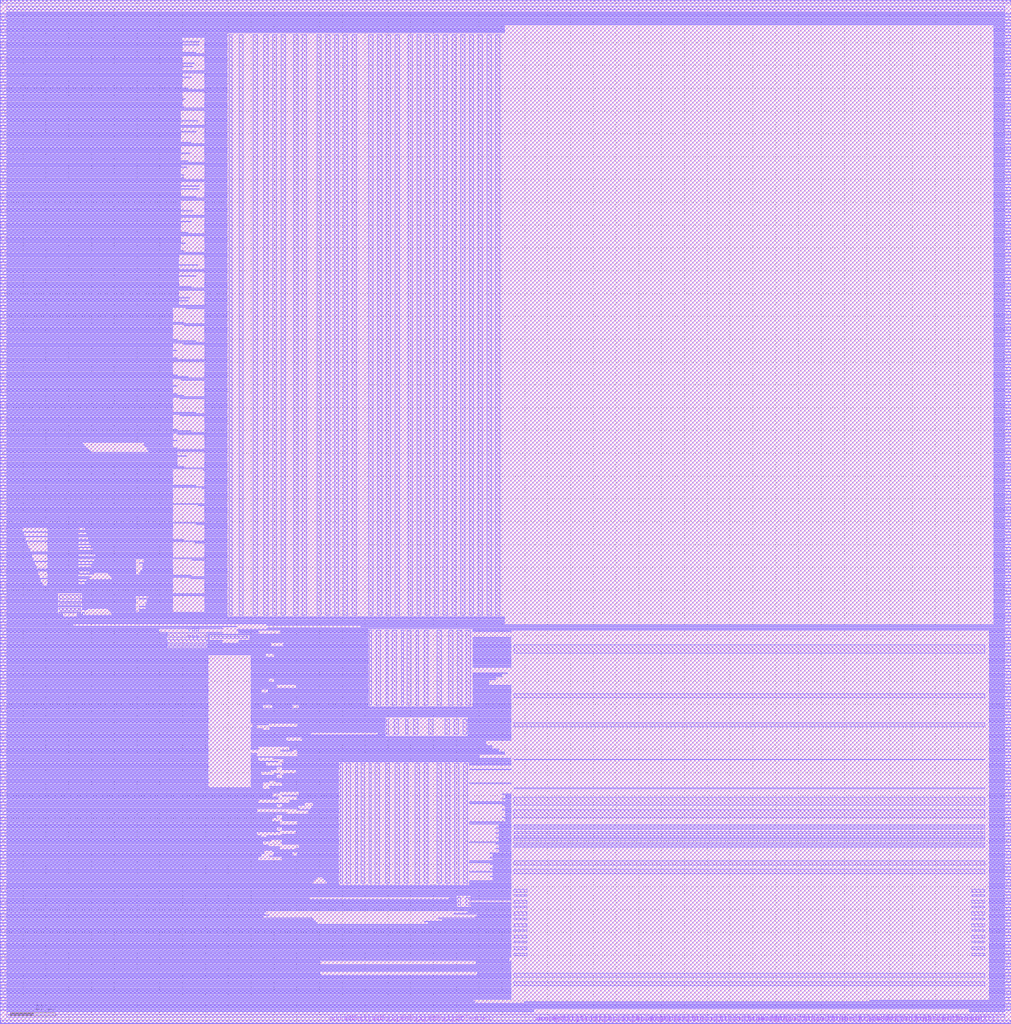
<source format=lef>
VERSION 5.8 ; 
BUSBITCHARS "[]" ; 
DIVIDERCHAR "/" ; 
MACRO sram22_512x32m4w8
    CLASS BLOCK  ;
    FOREIGN sram22_512x32m4w8   ;
    SIZE 443.280 BY 448.720 ;
    SYMMETRY X Y R90 ;
    PIN dout[0] 
        DIRECTION OUTPUT ; 
        ANTENNADIFFAREA 0.448000 LAYER met2 ;
        ANTENNAPARTIALMETALAREA 0.950300 LAYER met1 ;
        ANTENNAPARTIALMETALAREA 9.891800 LAYER met2 ;
        PORT 
            LAYER met1 ;
                RECT 235.030 0.000 235.170 0.140 ;
        END 
    END dout[0] 
    PIN dout[1] 
        DIRECTION OUTPUT ; 
        ANTENNADIFFAREA 0.448000 LAYER met2 ;
        ANTENNAPARTIALMETALAREA 0.950300 LAYER met1 ;
        ANTENNAPARTIALMETALAREA 9.891800 LAYER met2 ;
        PORT 
            LAYER met1 ;
                RECT 241.130 0.000 241.270 0.140 ;
        END 
    END dout[1] 
    PIN dout[2] 
        DIRECTION OUTPUT ; 
        ANTENNADIFFAREA 0.448000 LAYER met2 ;
        ANTENNAPARTIALMETALAREA 0.950300 LAYER met1 ;
        ANTENNAPARTIALMETALAREA 9.891800 LAYER met2 ;
        PORT 
            LAYER met1 ;
                RECT 247.230 0.000 247.370 0.140 ;
        END 
    END dout[2] 
    PIN dout[3] 
        DIRECTION OUTPUT ; 
        ANTENNADIFFAREA 0.448000 LAYER met2 ;
        ANTENNAPARTIALMETALAREA 0.950300 LAYER met1 ;
        ANTENNAPARTIALMETALAREA 9.891800 LAYER met2 ;
        PORT 
            LAYER met1 ;
                RECT 253.330 0.000 253.470 0.140 ;
        END 
    END dout[3] 
    PIN dout[4] 
        DIRECTION OUTPUT ; 
        ANTENNADIFFAREA 0.448000 LAYER met2 ;
        ANTENNAPARTIALMETALAREA 0.950300 LAYER met1 ;
        ANTENNAPARTIALMETALAREA 9.891800 LAYER met2 ;
        PORT 
            LAYER met1 ;
                RECT 259.430 0.000 259.570 0.140 ;
        END 
    END dout[4] 
    PIN dout[5] 
        DIRECTION OUTPUT ; 
        ANTENNADIFFAREA 0.448000 LAYER met2 ;
        ANTENNAPARTIALMETALAREA 0.950300 LAYER met1 ;
        ANTENNAPARTIALMETALAREA 9.891800 LAYER met2 ;
        PORT 
            LAYER met1 ;
                RECT 265.530 0.000 265.670 0.140 ;
        END 
    END dout[5] 
    PIN dout[6] 
        DIRECTION OUTPUT ; 
        ANTENNADIFFAREA 0.448000 LAYER met2 ;
        ANTENNAPARTIALMETALAREA 0.950300 LAYER met1 ;
        ANTENNAPARTIALMETALAREA 9.891800 LAYER met2 ;
        PORT 
            LAYER met1 ;
                RECT 271.630 0.000 271.770 0.140 ;
        END 
    END dout[6] 
    PIN dout[7] 
        DIRECTION OUTPUT ; 
        ANTENNADIFFAREA 0.448000 LAYER met2 ;
        ANTENNAPARTIALMETALAREA 0.950300 LAYER met1 ;
        ANTENNAPARTIALMETALAREA 9.891800 LAYER met2 ;
        PORT 
            LAYER met1 ;
                RECT 277.730 0.000 277.870 0.140 ;
        END 
    END dout[7] 
    PIN dout[8] 
        DIRECTION OUTPUT ; 
        ANTENNADIFFAREA 0.448000 LAYER met2 ;
        ANTENNAPARTIALMETALAREA 0.950300 LAYER met1 ;
        ANTENNAPARTIALMETALAREA 9.891800 LAYER met2 ;
        PORT 
            LAYER met1 ;
                RECT 283.830 0.000 283.970 0.140 ;
        END 
    END dout[8] 
    PIN dout[9] 
        DIRECTION OUTPUT ; 
        ANTENNADIFFAREA 0.448000 LAYER met2 ;
        ANTENNAPARTIALMETALAREA 0.950300 LAYER met1 ;
        ANTENNAPARTIALMETALAREA 9.891800 LAYER met2 ;
        PORT 
            LAYER met1 ;
                RECT 289.930 0.000 290.070 0.140 ;
        END 
    END dout[9] 
    PIN dout[10] 
        DIRECTION OUTPUT ; 
        ANTENNADIFFAREA 0.448000 LAYER met2 ;
        ANTENNAPARTIALMETALAREA 0.950300 LAYER met1 ;
        ANTENNAPARTIALMETALAREA 9.891800 LAYER met2 ;
        PORT 
            LAYER met1 ;
                RECT 296.030 0.000 296.170 0.140 ;
        END 
    END dout[10] 
    PIN dout[11] 
        DIRECTION OUTPUT ; 
        ANTENNADIFFAREA 0.448000 LAYER met2 ;
        ANTENNAPARTIALMETALAREA 0.950300 LAYER met1 ;
        ANTENNAPARTIALMETALAREA 9.891800 LAYER met2 ;
        PORT 
            LAYER met1 ;
                RECT 302.130 0.000 302.270 0.140 ;
        END 
    END dout[11] 
    PIN dout[12] 
        DIRECTION OUTPUT ; 
        ANTENNADIFFAREA 0.448000 LAYER met2 ;
        ANTENNAPARTIALMETALAREA 0.950300 LAYER met1 ;
        ANTENNAPARTIALMETALAREA 9.891800 LAYER met2 ;
        PORT 
            LAYER met1 ;
                RECT 308.230 0.000 308.370 0.140 ;
        END 
    END dout[12] 
    PIN dout[13] 
        DIRECTION OUTPUT ; 
        ANTENNADIFFAREA 0.448000 LAYER met2 ;
        ANTENNAPARTIALMETALAREA 0.950300 LAYER met1 ;
        ANTENNAPARTIALMETALAREA 9.891800 LAYER met2 ;
        PORT 
            LAYER met1 ;
                RECT 314.330 0.000 314.470 0.140 ;
        END 
    END dout[13] 
    PIN dout[14] 
        DIRECTION OUTPUT ; 
        ANTENNADIFFAREA 0.448000 LAYER met2 ;
        ANTENNAPARTIALMETALAREA 0.950300 LAYER met1 ;
        ANTENNAPARTIALMETALAREA 9.891800 LAYER met2 ;
        PORT 
            LAYER met1 ;
                RECT 320.430 0.000 320.570 0.140 ;
        END 
    END dout[14] 
    PIN dout[15] 
        DIRECTION OUTPUT ; 
        ANTENNADIFFAREA 0.448000 LAYER met2 ;
        ANTENNAPARTIALMETALAREA 0.950300 LAYER met1 ;
        ANTENNAPARTIALMETALAREA 9.891800 LAYER met2 ;
        PORT 
            LAYER met1 ;
                RECT 326.530 0.000 326.670 0.140 ;
        END 
    END dout[15] 
    PIN dout[16] 
        DIRECTION OUTPUT ; 
        ANTENNADIFFAREA 0.448000 LAYER met2 ;
        ANTENNAPARTIALMETALAREA 0.950300 LAYER met1 ;
        ANTENNAPARTIALMETALAREA 9.891800 LAYER met2 ;
        PORT 
            LAYER met1 ;
                RECT 332.630 0.000 332.770 0.140 ;
        END 
    END dout[16] 
    PIN dout[17] 
        DIRECTION OUTPUT ; 
        ANTENNADIFFAREA 0.448000 LAYER met2 ;
        ANTENNAPARTIALMETALAREA 0.950300 LAYER met1 ;
        ANTENNAPARTIALMETALAREA 9.891800 LAYER met2 ;
        PORT 
            LAYER met1 ;
                RECT 338.730 0.000 338.870 0.140 ;
        END 
    END dout[17] 
    PIN dout[18] 
        DIRECTION OUTPUT ; 
        ANTENNADIFFAREA 0.448000 LAYER met2 ;
        ANTENNAPARTIALMETALAREA 0.950300 LAYER met1 ;
        ANTENNAPARTIALMETALAREA 9.891800 LAYER met2 ;
        PORT 
            LAYER met1 ;
                RECT 344.830 0.000 344.970 0.140 ;
        END 
    END dout[18] 
    PIN dout[19] 
        DIRECTION OUTPUT ; 
        ANTENNADIFFAREA 0.448000 LAYER met2 ;
        ANTENNAPARTIALMETALAREA 0.950300 LAYER met1 ;
        ANTENNAPARTIALMETALAREA 9.891800 LAYER met2 ;
        PORT 
            LAYER met1 ;
                RECT 350.930 0.000 351.070 0.140 ;
        END 
    END dout[19] 
    PIN dout[20] 
        DIRECTION OUTPUT ; 
        ANTENNADIFFAREA 0.448000 LAYER met2 ;
        ANTENNAPARTIALMETALAREA 0.950300 LAYER met1 ;
        ANTENNAPARTIALMETALAREA 9.891800 LAYER met2 ;
        PORT 
            LAYER met1 ;
                RECT 357.030 0.000 357.170 0.140 ;
        END 
    END dout[20] 
    PIN dout[21] 
        DIRECTION OUTPUT ; 
        ANTENNADIFFAREA 0.448000 LAYER met2 ;
        ANTENNAPARTIALMETALAREA 0.950300 LAYER met1 ;
        ANTENNAPARTIALMETALAREA 9.891800 LAYER met2 ;
        PORT 
            LAYER met1 ;
                RECT 363.130 0.000 363.270 0.140 ;
        END 
    END dout[21] 
    PIN dout[22] 
        DIRECTION OUTPUT ; 
        ANTENNADIFFAREA 0.448000 LAYER met2 ;
        ANTENNAPARTIALMETALAREA 0.950300 LAYER met1 ;
        ANTENNAPARTIALMETALAREA 9.891800 LAYER met2 ;
        PORT 
            LAYER met1 ;
                RECT 369.230 0.000 369.370 0.140 ;
        END 
    END dout[22] 
    PIN dout[23] 
        DIRECTION OUTPUT ; 
        ANTENNADIFFAREA 0.448000 LAYER met2 ;
        ANTENNAPARTIALMETALAREA 0.950300 LAYER met1 ;
        ANTENNAPARTIALMETALAREA 9.891800 LAYER met2 ;
        PORT 
            LAYER met1 ;
                RECT 375.330 0.000 375.470 0.140 ;
        END 
    END dout[23] 
    PIN dout[24] 
        DIRECTION OUTPUT ; 
        ANTENNADIFFAREA 0.448000 LAYER met2 ;
        ANTENNAPARTIALMETALAREA 0.950300 LAYER met1 ;
        ANTENNAPARTIALMETALAREA 9.891800 LAYER met2 ;
        PORT 
            LAYER met1 ;
                RECT 381.430 0.000 381.570 0.140 ;
        END 
    END dout[24] 
    PIN dout[25] 
        DIRECTION OUTPUT ; 
        ANTENNADIFFAREA 0.448000 LAYER met2 ;
        ANTENNAPARTIALMETALAREA 0.950300 LAYER met1 ;
        ANTENNAPARTIALMETALAREA 9.891800 LAYER met2 ;
        PORT 
            LAYER met1 ;
                RECT 387.530 0.000 387.670 0.140 ;
        END 
    END dout[25] 
    PIN dout[26] 
        DIRECTION OUTPUT ; 
        ANTENNADIFFAREA 0.448000 LAYER met2 ;
        ANTENNAPARTIALMETALAREA 0.950300 LAYER met1 ;
        ANTENNAPARTIALMETALAREA 9.891800 LAYER met2 ;
        PORT 
            LAYER met1 ;
                RECT 393.630 0.000 393.770 0.140 ;
        END 
    END dout[26] 
    PIN dout[27] 
        DIRECTION OUTPUT ; 
        ANTENNADIFFAREA 0.448000 LAYER met2 ;
        ANTENNAPARTIALMETALAREA 0.950300 LAYER met1 ;
        ANTENNAPARTIALMETALAREA 9.891800 LAYER met2 ;
        PORT 
            LAYER met1 ;
                RECT 399.730 0.000 399.870 0.140 ;
        END 
    END dout[27] 
    PIN dout[28] 
        DIRECTION OUTPUT ; 
        ANTENNADIFFAREA 0.448000 LAYER met2 ;
        ANTENNAPARTIALMETALAREA 0.950300 LAYER met1 ;
        ANTENNAPARTIALMETALAREA 9.891800 LAYER met2 ;
        PORT 
            LAYER met1 ;
                RECT 405.830 0.000 405.970 0.140 ;
        END 
    END dout[28] 
    PIN dout[29] 
        DIRECTION OUTPUT ; 
        ANTENNADIFFAREA 0.448000 LAYER met2 ;
        ANTENNAPARTIALMETALAREA 0.950300 LAYER met1 ;
        ANTENNAPARTIALMETALAREA 9.891800 LAYER met2 ;
        PORT 
            LAYER met1 ;
                RECT 411.930 0.000 412.070 0.140 ;
        END 
    END dout[29] 
    PIN dout[30] 
        DIRECTION OUTPUT ; 
        ANTENNADIFFAREA 0.448000 LAYER met2 ;
        ANTENNAPARTIALMETALAREA 0.950300 LAYER met1 ;
        ANTENNAPARTIALMETALAREA 9.891800 LAYER met2 ;
        PORT 
            LAYER met1 ;
                RECT 418.030 0.000 418.170 0.140 ;
        END 
    END dout[30] 
    PIN dout[31] 
        DIRECTION OUTPUT ; 
        ANTENNADIFFAREA 0.448000 LAYER met2 ;
        ANTENNAPARTIALMETALAREA 0.950300 LAYER met1 ;
        ANTENNAPARTIALMETALAREA 9.891800 LAYER met2 ;
        PORT 
            LAYER met1 ;
                RECT 424.130 0.000 424.270 0.140 ;
        END 
    END dout[31] 
    PIN din[0] 
        DIRECTION INPUT ; 
        ANTENNAGATEAREA 0.126000 LAYER met2 ;
        ANTENNAPARTIALMETALAREA 3.851800 LAYER met1 ;
        ANTENNAPARTIALMETALAREA 9.613400 LAYER met2 ;
        PORT 
            LAYER met1 ;
                RECT 234.610 0.000 234.750 0.140 ;
        END 
    END din[0] 
    PIN din[1] 
        DIRECTION INPUT ; 
        ANTENNAGATEAREA 0.126000 LAYER met2 ;
        ANTENNAPARTIALMETALAREA 3.851800 LAYER met1 ;
        ANTENNAPARTIALMETALAREA 9.613400 LAYER met2 ;
        PORT 
            LAYER met1 ;
                RECT 240.710 0.000 240.850 0.140 ;
        END 
    END din[1] 
    PIN din[2] 
        DIRECTION INPUT ; 
        ANTENNAGATEAREA 0.126000 LAYER met2 ;
        ANTENNAPARTIALMETALAREA 3.851800 LAYER met1 ;
        ANTENNAPARTIALMETALAREA 9.613400 LAYER met2 ;
        PORT 
            LAYER met1 ;
                RECT 246.810 0.000 246.950 0.140 ;
        END 
    END din[2] 
    PIN din[3] 
        DIRECTION INPUT ; 
        ANTENNAGATEAREA 0.126000 LAYER met2 ;
        ANTENNAPARTIALMETALAREA 3.851800 LAYER met1 ;
        ANTENNAPARTIALMETALAREA 9.613400 LAYER met2 ;
        PORT 
            LAYER met1 ;
                RECT 252.910 0.000 253.050 0.140 ;
        END 
    END din[3] 
    PIN din[4] 
        DIRECTION INPUT ; 
        ANTENNAGATEAREA 0.126000 LAYER met2 ;
        ANTENNAPARTIALMETALAREA 3.851800 LAYER met1 ;
        ANTENNAPARTIALMETALAREA 9.613400 LAYER met2 ;
        PORT 
            LAYER met1 ;
                RECT 259.010 0.000 259.150 0.140 ;
        END 
    END din[4] 
    PIN din[5] 
        DIRECTION INPUT ; 
        ANTENNAGATEAREA 0.126000 LAYER met2 ;
        ANTENNAPARTIALMETALAREA 3.851800 LAYER met1 ;
        ANTENNAPARTIALMETALAREA 9.613400 LAYER met2 ;
        PORT 
            LAYER met1 ;
                RECT 265.110 0.000 265.250 0.140 ;
        END 
    END din[5] 
    PIN din[6] 
        DIRECTION INPUT ; 
        ANTENNAGATEAREA 0.126000 LAYER met2 ;
        ANTENNAPARTIALMETALAREA 3.851800 LAYER met1 ;
        ANTENNAPARTIALMETALAREA 9.613400 LAYER met2 ;
        PORT 
            LAYER met1 ;
                RECT 271.210 0.000 271.350 0.140 ;
        END 
    END din[6] 
    PIN din[7] 
        DIRECTION INPUT ; 
        ANTENNAGATEAREA 0.126000 LAYER met2 ;
        ANTENNAPARTIALMETALAREA 3.851800 LAYER met1 ;
        ANTENNAPARTIALMETALAREA 9.613400 LAYER met2 ;
        PORT 
            LAYER met1 ;
                RECT 277.310 0.000 277.450 0.140 ;
        END 
    END din[7] 
    PIN din[8] 
        DIRECTION INPUT ; 
        ANTENNAGATEAREA 0.126000 LAYER met2 ;
        ANTENNAPARTIALMETALAREA 3.851800 LAYER met1 ;
        ANTENNAPARTIALMETALAREA 9.613400 LAYER met2 ;
        PORT 
            LAYER met1 ;
                RECT 283.410 0.000 283.550 0.140 ;
        END 
    END din[8] 
    PIN din[9] 
        DIRECTION INPUT ; 
        ANTENNAGATEAREA 0.126000 LAYER met2 ;
        ANTENNAPARTIALMETALAREA 3.851800 LAYER met1 ;
        ANTENNAPARTIALMETALAREA 9.613400 LAYER met2 ;
        PORT 
            LAYER met1 ;
                RECT 289.510 0.000 289.650 0.140 ;
        END 
    END din[9] 
    PIN din[10] 
        DIRECTION INPUT ; 
        ANTENNAGATEAREA 0.126000 LAYER met2 ;
        ANTENNAPARTIALMETALAREA 3.851800 LAYER met1 ;
        ANTENNAPARTIALMETALAREA 9.613400 LAYER met2 ;
        PORT 
            LAYER met1 ;
                RECT 295.610 0.000 295.750 0.140 ;
        END 
    END din[10] 
    PIN din[11] 
        DIRECTION INPUT ; 
        ANTENNAGATEAREA 0.126000 LAYER met2 ;
        ANTENNAPARTIALMETALAREA 3.851800 LAYER met1 ;
        ANTENNAPARTIALMETALAREA 9.613400 LAYER met2 ;
        PORT 
            LAYER met1 ;
                RECT 301.710 0.000 301.850 0.140 ;
        END 
    END din[11] 
    PIN din[12] 
        DIRECTION INPUT ; 
        ANTENNAGATEAREA 0.126000 LAYER met2 ;
        ANTENNAPARTIALMETALAREA 3.851800 LAYER met1 ;
        ANTENNAPARTIALMETALAREA 9.613400 LAYER met2 ;
        PORT 
            LAYER met1 ;
                RECT 307.810 0.000 307.950 0.140 ;
        END 
    END din[12] 
    PIN din[13] 
        DIRECTION INPUT ; 
        ANTENNAGATEAREA 0.126000 LAYER met2 ;
        ANTENNAPARTIALMETALAREA 3.851800 LAYER met1 ;
        ANTENNAPARTIALMETALAREA 9.613400 LAYER met2 ;
        PORT 
            LAYER met1 ;
                RECT 313.910 0.000 314.050 0.140 ;
        END 
    END din[13] 
    PIN din[14] 
        DIRECTION INPUT ; 
        ANTENNAGATEAREA 0.126000 LAYER met2 ;
        ANTENNAPARTIALMETALAREA 3.851800 LAYER met1 ;
        ANTENNAPARTIALMETALAREA 9.613400 LAYER met2 ;
        PORT 
            LAYER met1 ;
                RECT 320.010 0.000 320.150 0.140 ;
        END 
    END din[14] 
    PIN din[15] 
        DIRECTION INPUT ; 
        ANTENNAGATEAREA 0.126000 LAYER met2 ;
        ANTENNAPARTIALMETALAREA 3.851800 LAYER met1 ;
        ANTENNAPARTIALMETALAREA 9.613400 LAYER met2 ;
        PORT 
            LAYER met1 ;
                RECT 326.110 0.000 326.250 0.140 ;
        END 
    END din[15] 
    PIN din[16] 
        DIRECTION INPUT ; 
        ANTENNAGATEAREA 0.126000 LAYER met2 ;
        ANTENNAPARTIALMETALAREA 3.851800 LAYER met1 ;
        ANTENNAPARTIALMETALAREA 9.613400 LAYER met2 ;
        PORT 
            LAYER met1 ;
                RECT 332.210 0.000 332.350 0.140 ;
        END 
    END din[16] 
    PIN din[17] 
        DIRECTION INPUT ; 
        ANTENNAGATEAREA 0.126000 LAYER met2 ;
        ANTENNAPARTIALMETALAREA 3.851800 LAYER met1 ;
        ANTENNAPARTIALMETALAREA 9.613400 LAYER met2 ;
        PORT 
            LAYER met1 ;
                RECT 338.310 0.000 338.450 0.140 ;
        END 
    END din[17] 
    PIN din[18] 
        DIRECTION INPUT ; 
        ANTENNAGATEAREA 0.126000 LAYER met2 ;
        ANTENNAPARTIALMETALAREA 3.851800 LAYER met1 ;
        ANTENNAPARTIALMETALAREA 9.613400 LAYER met2 ;
        PORT 
            LAYER met1 ;
                RECT 344.410 0.000 344.550 0.140 ;
        END 
    END din[18] 
    PIN din[19] 
        DIRECTION INPUT ; 
        ANTENNAGATEAREA 0.126000 LAYER met2 ;
        ANTENNAPARTIALMETALAREA 3.851800 LAYER met1 ;
        ANTENNAPARTIALMETALAREA 9.613400 LAYER met2 ;
        PORT 
            LAYER met1 ;
                RECT 350.510 0.000 350.650 0.140 ;
        END 
    END din[19] 
    PIN din[20] 
        DIRECTION INPUT ; 
        ANTENNAGATEAREA 0.126000 LAYER met2 ;
        ANTENNAPARTIALMETALAREA 3.851800 LAYER met1 ;
        ANTENNAPARTIALMETALAREA 9.613400 LAYER met2 ;
        PORT 
            LAYER met1 ;
                RECT 356.610 0.000 356.750 0.140 ;
        END 
    END din[20] 
    PIN din[21] 
        DIRECTION INPUT ; 
        ANTENNAGATEAREA 0.126000 LAYER met2 ;
        ANTENNAPARTIALMETALAREA 3.851800 LAYER met1 ;
        ANTENNAPARTIALMETALAREA 9.613400 LAYER met2 ;
        PORT 
            LAYER met1 ;
                RECT 362.710 0.000 362.850 0.140 ;
        END 
    END din[21] 
    PIN din[22] 
        DIRECTION INPUT ; 
        ANTENNAGATEAREA 0.126000 LAYER met2 ;
        ANTENNAPARTIALMETALAREA 3.851800 LAYER met1 ;
        ANTENNAPARTIALMETALAREA 9.613400 LAYER met2 ;
        PORT 
            LAYER met1 ;
                RECT 368.810 0.000 368.950 0.140 ;
        END 
    END din[22] 
    PIN din[23] 
        DIRECTION INPUT ; 
        ANTENNAGATEAREA 0.126000 LAYER met2 ;
        ANTENNAPARTIALMETALAREA 3.851800 LAYER met1 ;
        ANTENNAPARTIALMETALAREA 9.613400 LAYER met2 ;
        PORT 
            LAYER met1 ;
                RECT 374.910 0.000 375.050 0.140 ;
        END 
    END din[23] 
    PIN din[24] 
        DIRECTION INPUT ; 
        ANTENNAGATEAREA 0.126000 LAYER met2 ;
        ANTENNAPARTIALMETALAREA 3.851800 LAYER met1 ;
        ANTENNAPARTIALMETALAREA 9.613400 LAYER met2 ;
        PORT 
            LAYER met1 ;
                RECT 381.010 0.000 381.150 0.140 ;
        END 
    END din[24] 
    PIN din[25] 
        DIRECTION INPUT ; 
        ANTENNAGATEAREA 0.126000 LAYER met2 ;
        ANTENNAPARTIALMETALAREA 3.851800 LAYER met1 ;
        ANTENNAPARTIALMETALAREA 9.613400 LAYER met2 ;
        PORT 
            LAYER met1 ;
                RECT 387.110 0.000 387.250 0.140 ;
        END 
    END din[25] 
    PIN din[26] 
        DIRECTION INPUT ; 
        ANTENNAGATEAREA 0.126000 LAYER met2 ;
        ANTENNAPARTIALMETALAREA 3.851800 LAYER met1 ;
        ANTENNAPARTIALMETALAREA 9.613400 LAYER met2 ;
        PORT 
            LAYER met1 ;
                RECT 393.210 0.000 393.350 0.140 ;
        END 
    END din[26] 
    PIN din[27] 
        DIRECTION INPUT ; 
        ANTENNAGATEAREA 0.126000 LAYER met2 ;
        ANTENNAPARTIALMETALAREA 3.851800 LAYER met1 ;
        ANTENNAPARTIALMETALAREA 9.613400 LAYER met2 ;
        PORT 
            LAYER met1 ;
                RECT 399.310 0.000 399.450 0.140 ;
        END 
    END din[27] 
    PIN din[28] 
        DIRECTION INPUT ; 
        ANTENNAGATEAREA 0.126000 LAYER met2 ;
        ANTENNAPARTIALMETALAREA 3.851800 LAYER met1 ;
        ANTENNAPARTIALMETALAREA 9.613400 LAYER met2 ;
        PORT 
            LAYER met1 ;
                RECT 405.410 0.000 405.550 0.140 ;
        END 
    END din[28] 
    PIN din[29] 
        DIRECTION INPUT ; 
        ANTENNAGATEAREA 0.126000 LAYER met2 ;
        ANTENNAPARTIALMETALAREA 3.851800 LAYER met1 ;
        ANTENNAPARTIALMETALAREA 9.613400 LAYER met2 ;
        PORT 
            LAYER met1 ;
                RECT 411.510 0.000 411.650 0.140 ;
        END 
    END din[29] 
    PIN din[30] 
        DIRECTION INPUT ; 
        ANTENNAGATEAREA 0.126000 LAYER met2 ;
        ANTENNAPARTIALMETALAREA 3.851800 LAYER met1 ;
        ANTENNAPARTIALMETALAREA 9.613400 LAYER met2 ;
        PORT 
            LAYER met1 ;
                RECT 417.610 0.000 417.750 0.140 ;
        END 
    END din[30] 
    PIN din[31] 
        DIRECTION INPUT ; 
        ANTENNAGATEAREA 0.126000 LAYER met2 ;
        ANTENNAPARTIALMETALAREA 3.851800 LAYER met1 ;
        ANTENNAPARTIALMETALAREA 9.613400 LAYER met2 ;
        PORT 
            LAYER met1 ;
                RECT 423.710 0.000 423.850 0.140 ;
        END 
    END din[31] 
    PIN wmask[0] 
        DIRECTION INPUT ; 
        ANTENNAGATEAREA 0.126000 LAYER met2 ;
        ANTENNAPARTIALMETALAREA 1.662200 LAYER met1 ;
        ANTENNAPARTIALMETALAREA 0.278400 LAYER met2 ;
        PORT 
            LAYER met1 ;
                RECT 234.260 0.000 234.400 0.140 ;
        END 
    END wmask[0] 
    PIN wmask[1] 
        DIRECTION INPUT ; 
        ANTENNAGATEAREA 0.126000 LAYER met2 ;
        ANTENNAPARTIALMETALAREA 1.662200 LAYER met1 ;
        ANTENNAPARTIALMETALAREA 0.278400 LAYER met2 ;
        PORT 
            LAYER met1 ;
                RECT 283.060 0.000 283.200 0.140 ;
        END 
    END wmask[1] 
    PIN wmask[2] 
        DIRECTION INPUT ; 
        ANTENNAGATEAREA 0.126000 LAYER met2 ;
        ANTENNAPARTIALMETALAREA 1.662200 LAYER met1 ;
        ANTENNAPARTIALMETALAREA 0.278400 LAYER met2 ;
        PORT 
            LAYER met1 ;
                RECT 331.860 0.000 332.000 0.140 ;
        END 
    END wmask[2] 
    PIN wmask[3] 
        DIRECTION INPUT ; 
        ANTENNAGATEAREA 0.126000 LAYER met2 ;
        ANTENNAPARTIALMETALAREA 1.662200 LAYER met1 ;
        ANTENNAPARTIALMETALAREA 0.278400 LAYER met2 ;
        PORT 
            LAYER met1 ;
                RECT 380.660 0.000 380.800 0.140 ;
        END 
    END wmask[3] 
    PIN addr[0] 
        DIRECTION INPUT ; 
        ANTENNAGATEAREA 0.126000 LAYER met1 ;
        ANTENNAPARTIALMETALAREA 6.616700 LAYER met1 ;
        PORT 
            LAYER met1 ;
                RECT 192.920 0.000 193.240 0.320 ;
        END 
    END addr[0] 
    PIN addr[1] 
        DIRECTION INPUT ; 
        ANTENNAGATEAREA 0.126000 LAYER met1 ;
        ANTENNAPARTIALMETALAREA 6.616700 LAYER met1 ;
        PORT 
            LAYER met1 ;
                RECT 186.800 0.000 187.120 0.320 ;
        END 
    END addr[1] 
    PIN addr[2] 
        DIRECTION INPUT ; 
        ANTENNAGATEAREA 0.126000 LAYER met1 ;
        ANTENNAPARTIALMETALAREA 6.616700 LAYER met1 ;
        PORT 
            LAYER met1 ;
                RECT 180.680 0.000 181.000 0.320 ;
        END 
    END addr[2] 
    PIN addr[3] 
        DIRECTION INPUT ; 
        ANTENNAGATEAREA 0.126000 LAYER met1 ;
        ANTENNAPARTIALMETALAREA 6.616700 LAYER met1 ;
        PORT 
            LAYER met1 ;
                RECT 174.560 0.000 174.880 0.320 ;
        END 
    END addr[3] 
    PIN addr[4] 
        DIRECTION INPUT ; 
        ANTENNAGATEAREA 0.126000 LAYER met1 ;
        ANTENNAPARTIALMETALAREA 6.616700 LAYER met1 ;
        PORT 
            LAYER met1 ;
                RECT 168.440 0.000 168.760 0.320 ;
        END 
    END addr[4] 
    PIN addr[5] 
        DIRECTION INPUT ; 
        ANTENNAGATEAREA 0.126000 LAYER met1 ;
        ANTENNAPARTIALMETALAREA 6.616700 LAYER met1 ;
        PORT 
            LAYER met1 ;
                RECT 162.320 0.000 162.640 0.320 ;
        END 
    END addr[5] 
    PIN addr[6] 
        DIRECTION INPUT ; 
        ANTENNAGATEAREA 0.126000 LAYER met1 ;
        ANTENNAPARTIALMETALAREA 6.616700 LAYER met1 ;
        PORT 
            LAYER met1 ;
                RECT 156.200 0.000 156.520 0.320 ;
        END 
    END addr[6] 
    PIN addr[7] 
        DIRECTION INPUT ; 
        ANTENNAGATEAREA 0.126000 LAYER met1 ;
        ANTENNAPARTIALMETALAREA 6.616700 LAYER met1 ;
        PORT 
            LAYER met1 ;
                RECT 150.080 0.000 150.400 0.320 ;
        END 
    END addr[7] 
    PIN addr[8] 
        DIRECTION INPUT ; 
        ANTENNAGATEAREA 0.126000 LAYER met1 ;
        ANTENNAPARTIALMETALAREA 6.616700 LAYER met1 ;
        PORT 
            LAYER met1 ;
                RECT 143.960 0.000 144.280 0.320 ;
        END 
    END addr[8] 
    PIN we 
        DIRECTION INPUT ; 
        ANTENNAGATEAREA 0.126000 LAYER met1 ;
        ANTENNAPARTIALMETALAREA 6.616700 LAYER met1 ;
        PORT 
            LAYER met1 ;
                RECT 205.160 0.000 205.480 0.320 ;
        END 
    END we 
    PIN ce 
        DIRECTION INPUT ; 
        ANTENNAGATEAREA 0.126000 LAYER met1 ;
        ANTENNAPARTIALMETALAREA 6.616700 LAYER met1 ;
        PORT 
            LAYER met1 ;
                RECT 199.040 0.000 199.360 0.320 ;
        END 
    END ce 
    PIN clk 
        DIRECTION INPUT ; 
        ANTENNAGATEAREA 22.599000 LAYER met2 ;
        PORT 
            LAYER met1 ;
                RECT 207.880 0.000 208.200 0.320 ;
        END 
    END clk 
    PIN rstb 
        DIRECTION INPUT ; 
        ANTENNAGATEAREA 26.505000 LAYER met2 ;
        PORT 
            LAYER met1 ;
                RECT 208.560 0.000 208.880 0.320 ;
        END 
    END rstb 
    PIN vdd 
        DIRECTION INOUT ; 
        USE POWER ; 
        PORT 
            LAYER met2 ;
                RECT 0.160 5.920 234.040 6.240 ;
                RECT 424.800 5.920 443.120 6.240 ;
                RECT 0.160 7.280 443.120 7.600 ;
                RECT 0.160 8.640 443.120 8.960 ;
                RECT 0.160 10.000 207.520 10.320 ;
                RECT 381.280 10.000 443.120 10.320 ;
                RECT 0.160 11.360 223.840 11.680 ;
                RECT 433.640 11.360 443.120 11.680 ;
                RECT 0.160 12.720 223.840 13.040 ;
                RECT 433.640 12.720 443.120 13.040 ;
                RECT 0.160 14.080 223.840 14.400 ;
                RECT 433.640 14.080 443.120 14.400 ;
                RECT 0.160 15.440 223.840 15.760 ;
                RECT 433.640 15.440 443.120 15.760 ;
                RECT 0.160 16.800 223.840 17.120 ;
                RECT 433.640 16.800 443.120 17.120 ;
                RECT 0.160 18.160 223.840 18.480 ;
                RECT 433.640 18.160 443.120 18.480 ;
                RECT 0.160 19.520 223.840 19.840 ;
                RECT 433.640 19.520 443.120 19.840 ;
                RECT 0.160 20.880 223.840 21.200 ;
                RECT 433.640 20.880 443.120 21.200 ;
                RECT 0.160 22.240 140.200 22.560 ;
                RECT 209.240 22.240 223.840 22.560 ;
                RECT 433.640 22.240 443.120 22.560 ;
                RECT 0.160 23.600 223.840 23.920 ;
                RECT 433.640 23.600 443.120 23.920 ;
                RECT 0.160 24.960 223.840 25.280 ;
                RECT 433.640 24.960 443.120 25.280 ;
                RECT 0.160 26.320 140.200 26.640 ;
                RECT 208.560 26.320 223.840 26.640 ;
                RECT 433.640 26.320 443.120 26.640 ;
                RECT 0.160 27.680 223.160 28.000 ;
                RECT 433.640 27.680 443.120 28.000 ;
                RECT 0.160 29.040 223.840 29.360 ;
                RECT 433.640 29.040 443.120 29.360 ;
                RECT 0.160 30.400 223.840 30.720 ;
                RECT 433.640 30.400 443.120 30.720 ;
                RECT 0.160 31.760 223.840 32.080 ;
                RECT 433.640 31.760 443.120 32.080 ;
                RECT 0.160 33.120 223.840 33.440 ;
                RECT 433.640 33.120 443.120 33.440 ;
                RECT 0.160 34.480 223.840 34.800 ;
                RECT 433.640 34.480 443.120 34.800 ;
                RECT 0.160 35.840 223.840 36.160 ;
                RECT 433.640 35.840 443.120 36.160 ;
                RECT 0.160 37.200 223.840 37.520 ;
                RECT 433.640 37.200 443.120 37.520 ;
                RECT 0.160 38.560 223.840 38.880 ;
                RECT 433.640 38.560 443.120 38.880 ;
                RECT 0.160 39.920 223.840 40.240 ;
                RECT 433.640 39.920 443.120 40.240 ;
                RECT 0.160 41.280 223.840 41.600 ;
                RECT 433.640 41.280 443.120 41.600 ;
                RECT 0.160 42.640 223.840 42.960 ;
                RECT 433.640 42.640 443.120 42.960 ;
                RECT 0.160 44.000 138.840 44.320 ;
                RECT 187.480 44.000 223.840 44.320 ;
                RECT 433.640 44.000 443.120 44.320 ;
                RECT 0.160 45.360 137.480 45.680 ;
                RECT 193.600 45.360 223.840 45.680 ;
                RECT 433.640 45.360 443.120 45.680 ;
                RECT 0.160 46.720 115.040 47.040 ;
                RECT 208.560 46.720 223.840 47.040 ;
                RECT 433.640 46.720 443.120 47.040 ;
                RECT 0.160 48.080 115.720 48.400 ;
                RECT 199.040 48.080 223.840 48.400 ;
                RECT 433.640 48.080 443.120 48.400 ;
                RECT 0.160 49.440 223.840 49.760 ;
                RECT 433.640 49.440 443.120 49.760 ;
                RECT 0.160 50.800 223.840 51.120 ;
                RECT 433.640 50.800 443.120 51.120 ;
                RECT 0.160 52.160 200.040 52.480 ;
                RECT 206.520 52.160 223.840 52.480 ;
                RECT 433.640 52.160 443.120 52.480 ;
                RECT 0.160 53.520 200.040 53.840 ;
                RECT 433.640 53.520 443.120 53.840 ;
                RECT 0.160 54.880 135.440 55.200 ;
                RECT 197.000 54.880 200.040 55.200 ;
                RECT 206.520 54.880 223.840 55.200 ;
                RECT 433.640 54.880 443.120 55.200 ;
                RECT 0.160 56.240 223.840 56.560 ;
                RECT 433.640 56.240 443.120 56.560 ;
                RECT 0.160 57.600 223.840 57.920 ;
                RECT 433.640 57.600 443.120 57.920 ;
                RECT 0.160 58.960 223.840 59.280 ;
                RECT 433.640 58.960 443.120 59.280 ;
                RECT 0.160 60.320 223.840 60.640 ;
                RECT 433.640 60.320 443.120 60.640 ;
                RECT 0.160 61.680 136.800 62.000 ;
                RECT 143.280 61.680 148.360 62.000 ;
                RECT 205.840 61.680 223.840 62.000 ;
                RECT 433.640 61.680 443.120 62.000 ;
                RECT 0.160 63.040 138.160 63.360 ;
                RECT 141.920 63.040 148.360 63.360 ;
                RECT 216.040 63.040 223.840 63.360 ;
                RECT 433.640 63.040 443.120 63.360 ;
                RECT 0.160 64.400 148.360 64.720 ;
                RECT 214.680 64.400 223.840 64.720 ;
                RECT 433.640 64.400 443.120 64.720 ;
                RECT 0.160 65.760 148.360 66.080 ;
                RECT 216.040 65.760 223.840 66.080 ;
                RECT 433.640 65.760 443.120 66.080 ;
                RECT 0.160 67.120 148.360 67.440 ;
                RECT 216.040 67.120 223.840 67.440 ;
                RECT 433.640 67.120 443.120 67.440 ;
                RECT 0.160 68.480 148.360 68.800 ;
                RECT 216.040 68.480 223.840 68.800 ;
                RECT 433.640 68.480 443.120 68.800 ;
                RECT 0.160 69.840 148.360 70.160 ;
                RECT 214.680 69.840 223.840 70.160 ;
                RECT 433.640 69.840 443.120 70.160 ;
                RECT 0.160 71.200 148.360 71.520 ;
                RECT 205.840 71.200 223.840 71.520 ;
                RECT 433.640 71.200 443.120 71.520 ;
                RECT 0.160 72.560 113.000 72.880 ;
                RECT 123.560 72.560 148.360 72.880 ;
                RECT 214.680 72.560 223.840 72.880 ;
                RECT 433.640 72.560 443.120 72.880 ;
                RECT 0.160 73.920 114.360 74.240 ;
                RECT 120.160 73.920 127.960 74.240 ;
                RECT 130.360 73.920 148.360 74.240 ;
                RECT 216.040 73.920 223.840 74.240 ;
                RECT 433.640 73.920 443.120 74.240 ;
                RECT 0.160 75.280 115.720 75.600 ;
                RECT 119.480 75.280 148.360 75.600 ;
                RECT 218.760 75.280 223.840 75.600 ;
                RECT 433.640 75.280 443.120 75.600 ;
                RECT 0.160 76.640 122.520 76.960 ;
                RECT 129.680 76.640 148.360 76.960 ;
                RECT 217.400 76.640 223.840 76.960 ;
                RECT 433.640 76.640 443.120 76.960 ;
                RECT 0.160 78.000 117.760 78.320 ;
                RECT 131.040 78.000 148.360 78.320 ;
                RECT 218.760 78.000 223.840 78.320 ;
                RECT 433.640 78.000 443.120 78.320 ;
                RECT 0.160 79.360 115.040 79.680 ;
                RECT 123.560 79.360 148.360 79.680 ;
                RECT 205.840 79.360 223.840 79.680 ;
                RECT 433.640 79.360 443.120 79.680 ;
                RECT 0.160 80.720 148.360 81.040 ;
                RECT 218.760 80.720 223.840 81.040 ;
                RECT 433.640 80.720 443.120 81.040 ;
                RECT 0.160 82.080 114.360 82.400 ;
                RECT 116.760 82.080 148.360 82.400 ;
                RECT 218.760 82.080 223.840 82.400 ;
                RECT 433.640 82.080 443.120 82.400 ;
                RECT 0.160 83.440 112.320 83.760 ;
                RECT 129.680 83.440 148.360 83.760 ;
                RECT 217.400 83.440 223.840 83.760 ;
                RECT 433.640 83.440 443.120 83.760 ;
                RECT 0.160 84.800 121.160 85.120 ;
                RECT 123.560 84.800 148.360 85.120 ;
                RECT 218.760 84.800 223.840 85.120 ;
                RECT 433.640 84.800 443.120 85.120 ;
                RECT 0.160 86.160 148.360 86.480 ;
                RECT 218.760 86.160 223.840 86.480 ;
                RECT 433.640 86.160 443.120 86.480 ;
                RECT 0.160 87.520 122.520 87.840 ;
                RECT 130.360 87.520 148.360 87.840 ;
                RECT 205.840 87.520 223.840 87.840 ;
                RECT 433.640 87.520 443.120 87.840 ;
                RECT 0.160 88.880 119.120 89.200 ;
                RECT 123.560 88.880 148.360 89.200 ;
                RECT 221.480 88.880 223.840 89.200 ;
                RECT 433.640 88.880 443.120 89.200 ;
                RECT 0.160 90.240 121.160 90.560 ;
                RECT 123.560 90.240 148.360 90.560 ;
                RECT 220.120 90.240 223.840 90.560 ;
                RECT 433.640 90.240 443.120 90.560 ;
                RECT 0.160 91.600 148.360 91.920 ;
                RECT 221.480 91.600 223.840 91.920 ;
                RECT 433.640 91.600 443.120 91.920 ;
                RECT 0.160 92.960 112.320 93.280 ;
                RECT 135.120 92.960 148.360 93.280 ;
                RECT 221.480 92.960 223.840 93.280 ;
                RECT 433.640 92.960 443.120 93.280 ;
                RECT 0.160 94.320 130.680 94.640 ;
                RECT 136.480 94.320 148.360 94.640 ;
                RECT 221.480 94.320 223.840 94.640 ;
                RECT 433.640 94.320 443.120 94.640 ;
                RECT 0.160 95.680 121.160 96.000 ;
                RECT 123.560 95.680 133.400 96.000 ;
                RECT 137.160 95.680 148.360 96.000 ;
                RECT 220.120 95.680 223.840 96.000 ;
                RECT 433.640 95.680 443.120 96.000 ;
                RECT 0.160 97.040 113.000 97.360 ;
                RECT 126.960 97.040 148.360 97.360 ;
                RECT 205.840 97.040 223.840 97.360 ;
                RECT 433.640 97.040 443.120 97.360 ;
                RECT 0.160 98.400 121.840 98.720 ;
                RECT 130.360 98.400 148.360 98.720 ;
                RECT 220.120 98.400 223.840 98.720 ;
                RECT 433.640 98.400 443.120 98.720 ;
                RECT 0.160 99.760 119.120 100.080 ;
                RECT 123.560 99.760 148.360 100.080 ;
                RECT 221.480 99.760 223.840 100.080 ;
                RECT 433.640 99.760 443.120 100.080 ;
                RECT 0.160 101.120 122.520 101.440 ;
                RECT 131.040 101.120 148.360 101.440 ;
                RECT 433.640 101.120 443.120 101.440 ;
                RECT 0.160 102.480 148.360 102.800 ;
                RECT 433.640 102.480 443.120 102.800 ;
                RECT 0.160 103.840 91.240 104.160 ;
                RECT 109.960 103.840 115.040 104.160 ;
                RECT 118.120 103.840 148.360 104.160 ;
                RECT 433.640 103.840 443.120 104.160 ;
                RECT 0.160 105.200 91.240 105.520 ;
                RECT 109.960 105.200 115.040 105.520 ;
                RECT 123.560 105.200 148.360 105.520 ;
                RECT 205.840 105.200 223.840 105.520 ;
                RECT 433.640 105.200 443.120 105.520 ;
                RECT 0.160 106.560 91.240 106.880 ;
                RECT 109.960 106.560 148.360 106.880 ;
                RECT 433.640 106.560 443.120 106.880 ;
                RECT 0.160 107.920 91.240 108.240 ;
                RECT 109.960 107.920 121.160 108.240 ;
                RECT 123.560 107.920 148.360 108.240 ;
                RECT 433.640 107.920 443.120 108.240 ;
                RECT 0.160 109.280 91.240 109.600 ;
                RECT 109.960 109.280 114.360 109.600 ;
                RECT 120.160 109.280 122.520 109.600 ;
                RECT 124.240 109.280 148.360 109.600 ;
                RECT 433.640 109.280 443.120 109.600 ;
                RECT 0.160 110.640 91.240 110.960 ;
                RECT 109.960 110.640 118.440 110.960 ;
                RECT 129.680 110.640 148.360 110.960 ;
                RECT 433.640 110.640 443.120 110.960 ;
                RECT 0.160 112.000 91.240 112.320 ;
                RECT 109.960 112.000 121.160 112.320 ;
                RECT 123.560 112.000 148.360 112.320 ;
                RECT 433.640 112.000 443.120 112.320 ;
                RECT 0.160 113.360 91.240 113.680 ;
                RECT 109.960 113.360 116.400 113.680 ;
                RECT 123.560 113.360 148.360 113.680 ;
                RECT 205.840 113.360 223.840 113.680 ;
                RECT 433.640 113.360 443.120 113.680 ;
                RECT 0.160 114.720 91.240 115.040 ;
                RECT 109.960 114.720 121.840 115.040 ;
                RECT 124.240 114.720 223.840 115.040 ;
                RECT 433.640 114.720 443.120 115.040 ;
                RECT 0.160 116.080 91.240 116.400 ;
                RECT 109.960 116.080 113.000 116.400 ;
                RECT 120.160 116.080 223.840 116.400 ;
                RECT 433.640 116.080 443.120 116.400 ;
                RECT 0.160 117.440 91.240 117.760 ;
                RECT 109.960 117.440 112.320 117.760 ;
                RECT 130.360 117.440 210.240 117.760 ;
                RECT 433.640 117.440 443.120 117.760 ;
                RECT 0.160 118.800 91.240 119.120 ;
                RECT 130.360 118.800 221.120 119.120 ;
                RECT 433.640 118.800 443.120 119.120 ;
                RECT 0.160 120.160 91.240 120.480 ;
                RECT 109.960 120.160 113.000 120.480 ;
                RECT 126.960 120.160 218.400 120.480 ;
                RECT 433.640 120.160 443.120 120.480 ;
                RECT 0.160 121.520 91.240 121.840 ;
                RECT 109.960 121.520 215.680 121.840 ;
                RECT 433.640 121.520 443.120 121.840 ;
                RECT 0.160 122.880 91.240 123.200 ;
                RECT 109.960 122.880 212.960 123.200 ;
                RECT 433.640 122.880 443.120 123.200 ;
                RECT 0.160 124.240 91.240 124.560 ;
                RECT 109.960 124.240 125.240 124.560 ;
                RECT 132.400 124.240 223.840 124.560 ;
                RECT 433.640 124.240 443.120 124.560 ;
                RECT 0.160 125.600 91.240 125.920 ;
                RECT 109.960 125.600 223.840 125.920 ;
                RECT 433.640 125.600 443.120 125.920 ;
                RECT 0.160 126.960 91.240 127.280 ;
                RECT 109.960 126.960 136.120 127.280 ;
                RECT 165.720 126.960 168.760 127.280 ;
                RECT 205.160 126.960 223.840 127.280 ;
                RECT 433.640 126.960 443.120 127.280 ;
                RECT 0.160 128.320 91.240 128.640 ;
                RECT 109.960 128.320 168.760 128.640 ;
                RECT 205.160 128.320 223.840 128.640 ;
                RECT 433.640 128.320 443.120 128.640 ;
                RECT 0.160 129.680 91.240 130.000 ;
                RECT 109.960 129.680 112.320 130.000 ;
                RECT 118.120 129.680 168.760 130.000 ;
                RECT 205.160 129.680 223.840 130.000 ;
                RECT 433.640 129.680 443.120 130.000 ;
                RECT 0.160 131.040 91.240 131.360 ;
                RECT 110.640 131.040 117.760 131.360 ;
                RECT 130.360 131.040 168.760 131.360 ;
                RECT 205.160 131.040 223.840 131.360 ;
                RECT 433.640 131.040 443.120 131.360 ;
                RECT 0.160 132.400 91.240 132.720 ;
                RECT 109.960 132.400 168.760 132.720 ;
                RECT 205.160 132.400 223.840 132.720 ;
                RECT 433.640 132.400 443.120 132.720 ;
                RECT 0.160 133.760 91.240 134.080 ;
                RECT 109.960 133.760 168.760 134.080 ;
                RECT 205.160 133.760 223.840 134.080 ;
                RECT 433.640 133.760 443.120 134.080 ;
                RECT 0.160 135.120 91.240 135.440 ;
                RECT 109.960 135.120 223.840 135.440 ;
                RECT 433.640 135.120 443.120 135.440 ;
                RECT 0.160 136.480 91.240 136.800 ;
                RECT 109.960 136.480 223.840 136.800 ;
                RECT 433.640 136.480 443.120 136.800 ;
                RECT 0.160 137.840 91.240 138.160 ;
                RECT 109.960 137.840 223.840 138.160 ;
                RECT 433.640 137.840 443.120 138.160 ;
                RECT 0.160 139.200 91.240 139.520 ;
                RECT 109.960 139.200 115.040 139.520 ;
                RECT 119.480 139.200 127.960 139.520 ;
                RECT 131.040 139.200 161.280 139.520 ;
                RECT 207.200 139.200 223.840 139.520 ;
                RECT 433.640 139.200 443.120 139.520 ;
                RECT 0.160 140.560 91.240 140.880 ;
                RECT 109.960 140.560 161.280 140.880 ;
                RECT 207.200 140.560 223.840 140.880 ;
                RECT 433.640 140.560 443.120 140.880 ;
                RECT 0.160 141.920 91.240 142.240 ;
                RECT 109.960 141.920 161.280 142.240 ;
                RECT 207.200 141.920 223.840 142.240 ;
                RECT 433.640 141.920 443.120 142.240 ;
                RECT 0.160 143.280 91.240 143.600 ;
                RECT 109.960 143.280 161.280 143.600 ;
                RECT 207.200 143.280 223.840 143.600 ;
                RECT 433.640 143.280 443.120 143.600 ;
                RECT 0.160 144.640 91.240 144.960 ;
                RECT 109.960 144.640 161.280 144.960 ;
                RECT 207.200 144.640 223.840 144.960 ;
                RECT 433.640 144.640 443.120 144.960 ;
                RECT 0.160 146.000 91.240 146.320 ;
                RECT 109.960 146.000 114.360 146.320 ;
                RECT 117.440 146.000 161.280 146.320 ;
                RECT 207.200 146.000 223.840 146.320 ;
                RECT 433.640 146.000 443.120 146.320 ;
                RECT 0.160 147.360 91.240 147.680 ;
                RECT 109.960 147.360 121.160 147.680 ;
                RECT 129.680 147.360 161.280 147.680 ;
                RECT 207.200 147.360 223.840 147.680 ;
                RECT 433.640 147.360 443.120 147.680 ;
                RECT 0.160 148.720 91.240 149.040 ;
                RECT 109.960 148.720 161.280 149.040 ;
                RECT 207.200 148.720 214.320 149.040 ;
                RECT 433.640 148.720 443.120 149.040 ;
                RECT 0.160 150.080 91.240 150.400 ;
                RECT 109.960 150.080 117.760 150.400 ;
                RECT 120.160 150.080 161.280 150.400 ;
                RECT 207.200 150.080 214.320 150.400 ;
                RECT 433.640 150.080 443.120 150.400 ;
                RECT 0.160 151.440 91.240 151.760 ;
                RECT 109.960 151.440 161.280 151.760 ;
                RECT 207.200 151.440 217.040 151.760 ;
                RECT 433.640 151.440 443.120 151.760 ;
                RECT 0.160 152.800 91.240 153.120 ;
                RECT 109.960 152.800 161.280 153.120 ;
                RECT 207.200 152.800 219.760 153.120 ;
                RECT 433.640 152.800 443.120 153.120 ;
                RECT 0.160 154.160 91.240 154.480 ;
                RECT 109.960 154.160 161.280 154.480 ;
                RECT 433.640 154.160 443.120 154.480 ;
                RECT 0.160 155.520 91.240 155.840 ;
                RECT 109.960 155.520 161.280 155.840 ;
                RECT 433.640 155.520 443.120 155.840 ;
                RECT 0.160 156.880 91.240 157.200 ;
                RECT 109.960 156.880 161.280 157.200 ;
                RECT 207.200 156.880 223.840 157.200 ;
                RECT 433.640 156.880 443.120 157.200 ;
                RECT 0.160 158.240 91.240 158.560 ;
                RECT 109.960 158.240 161.280 158.560 ;
                RECT 207.200 158.240 223.840 158.560 ;
                RECT 433.640 158.240 443.120 158.560 ;
                RECT 0.160 159.600 91.240 159.920 ;
                RECT 109.960 159.600 161.280 159.920 ;
                RECT 207.200 159.600 223.840 159.920 ;
                RECT 433.640 159.600 443.120 159.920 ;
                RECT 0.160 160.960 91.240 161.280 ;
                RECT 109.960 160.960 116.400 161.280 ;
                RECT 120.160 160.960 161.280 161.280 ;
                RECT 207.200 160.960 223.840 161.280 ;
                RECT 433.640 160.960 443.120 161.280 ;
                RECT 0.160 162.320 161.280 162.640 ;
                RECT 207.200 162.320 223.840 162.640 ;
                RECT 433.640 162.320 443.120 162.640 ;
                RECT 0.160 163.680 161.280 164.000 ;
                RECT 207.200 163.680 223.840 164.000 ;
                RECT 433.640 163.680 443.120 164.000 ;
                RECT 0.160 165.040 72.880 165.360 ;
                RECT 90.920 165.040 161.280 165.360 ;
                RECT 207.200 165.040 223.840 165.360 ;
                RECT 433.640 165.040 443.120 165.360 ;
                RECT 0.160 166.400 72.880 166.720 ;
                RECT 90.920 166.400 118.440 166.720 ;
                RECT 124.240 166.400 161.280 166.720 ;
                RECT 207.200 166.400 223.840 166.720 ;
                RECT 433.640 166.400 443.120 166.720 ;
                RECT 0.160 167.760 72.880 168.080 ;
                RECT 90.920 167.760 97.360 168.080 ;
                RECT 104.520 167.760 161.280 168.080 ;
                RECT 207.200 167.760 223.840 168.080 ;
                RECT 433.640 167.760 443.120 168.080 ;
                RECT 0.160 169.120 72.880 169.440 ;
                RECT 90.920 169.120 91.920 169.440 ;
                RECT 109.280 169.120 161.280 169.440 ;
                RECT 207.200 169.120 223.840 169.440 ;
                RECT 433.640 169.120 443.120 169.440 ;
                RECT 0.160 170.480 72.880 170.800 ;
                RECT 90.920 170.480 161.280 170.800 ;
                RECT 433.640 170.480 443.120 170.800 ;
                RECT 0.160 171.840 69.480 172.160 ;
                RECT 104.520 171.840 113.000 172.160 ;
                RECT 122.880 171.840 161.280 172.160 ;
                RECT 207.200 171.840 223.840 172.160 ;
                RECT 433.640 171.840 443.120 172.160 ;
                RECT 0.160 173.200 97.360 173.520 ;
                RECT 117.440 173.200 443.120 173.520 ;
                RECT 0.160 174.560 32.080 174.880 ;
                RECT 116.760 174.560 443.120 174.880 ;
                RECT 0.160 175.920 221.120 176.240 ;
                RECT 435.680 175.920 443.120 176.240 ;
                RECT 0.160 177.280 221.120 177.600 ;
                RECT 435.680 177.280 443.120 177.600 ;
                RECT 0.160 178.640 27.320 178.960 ;
                RECT 33.800 178.640 99.400 178.960 ;
                RECT 435.680 178.640 443.120 178.960 ;
                RECT 0.160 180.000 25.280 180.320 ;
                RECT 35.840 180.000 36.840 180.320 ;
                RECT 48.760 180.000 99.400 180.320 ;
                RECT 435.680 180.000 443.120 180.320 ;
                RECT 0.160 181.360 25.280 181.680 ;
                RECT 35.840 181.360 38.200 181.680 ;
                RECT 47.400 181.360 59.280 181.680 ;
                RECT 61.000 181.360 75.600 181.680 ;
                RECT 89.560 181.360 99.400 181.680 ;
                RECT 435.680 181.360 443.120 181.680 ;
                RECT 0.160 182.720 59.280 183.040 ;
                RECT 61.000 182.720 75.600 183.040 ;
                RECT 89.560 182.720 99.400 183.040 ;
                RECT 435.680 182.720 443.120 183.040 ;
                RECT 0.160 184.080 25.280 184.400 ;
                RECT 35.840 184.080 59.280 184.400 ;
                RECT 63.720 184.080 75.600 184.400 ;
                RECT 89.560 184.080 99.400 184.400 ;
                RECT 435.680 184.080 443.120 184.400 ;
                RECT 0.160 185.440 25.280 185.760 ;
                RECT 35.840 185.440 59.280 185.760 ;
                RECT 64.400 185.440 75.600 185.760 ;
                RECT 89.560 185.440 99.400 185.760 ;
                RECT 435.680 185.440 443.120 185.760 ;
                RECT 0.160 186.800 25.280 187.120 ;
                RECT 35.840 186.800 59.280 187.120 ;
                RECT 65.080 186.800 75.600 187.120 ;
                RECT 89.560 186.800 99.400 187.120 ;
                RECT 435.680 186.800 443.120 187.120 ;
                RECT 0.160 188.160 25.280 188.480 ;
                RECT 35.840 188.160 99.400 188.480 ;
                RECT 435.680 188.160 443.120 188.480 ;
                RECT 0.160 189.520 75.600 189.840 ;
                RECT 89.560 189.520 99.400 189.840 ;
                RECT 435.680 189.520 443.120 189.840 ;
                RECT 0.160 190.880 75.600 191.200 ;
                RECT 89.560 190.880 99.400 191.200 ;
                RECT 435.680 190.880 443.120 191.200 ;
                RECT 0.160 192.240 18.480 192.560 ;
                RECT 20.880 192.240 75.600 192.560 ;
                RECT 89.560 192.240 99.400 192.560 ;
                RECT 435.680 192.240 443.120 192.560 ;
                RECT 0.160 193.600 17.800 193.920 ;
                RECT 20.880 193.600 75.600 193.920 ;
                RECT 89.560 193.600 99.400 193.920 ;
                RECT 435.680 193.600 443.120 193.920 ;
                RECT 0.160 194.960 38.880 195.280 ;
                RECT 48.760 194.960 75.600 195.280 ;
                RECT 83.440 194.960 99.400 195.280 ;
                RECT 435.680 194.960 443.120 195.280 ;
                RECT 0.160 196.320 17.120 196.640 ;
                RECT 20.880 196.320 34.120 196.640 ;
                RECT 48.080 196.320 83.760 196.640 ;
                RECT 89.560 196.320 99.400 196.640 ;
                RECT 435.680 196.320 443.120 196.640 ;
                RECT 0.160 197.680 16.440 198.000 ;
                RECT 20.880 197.680 34.120 198.000 ;
                RECT 39.240 197.680 59.280 198.000 ;
                RECT 61.680 197.680 75.600 198.000 ;
                RECT 89.560 197.680 99.400 198.000 ;
                RECT 435.680 197.680 443.120 198.000 ;
                RECT 0.160 199.040 59.280 199.360 ;
                RECT 62.360 199.040 75.600 199.360 ;
                RECT 89.560 199.040 99.400 199.360 ;
                RECT 435.680 199.040 443.120 199.360 ;
                RECT 0.160 200.400 15.760 200.720 ;
                RECT 20.880 200.400 34.120 200.720 ;
                RECT 39.920 200.400 59.280 200.720 ;
                RECT 62.360 200.400 75.600 200.720 ;
                RECT 89.560 200.400 99.400 200.720 ;
                RECT 435.680 200.400 443.120 200.720 ;
                RECT 0.160 201.760 15.080 202.080 ;
                RECT 20.880 201.760 34.120 202.080 ;
                RECT 40.600 201.760 59.280 202.080 ;
                RECT 61.000 201.760 75.600 202.080 ;
                RECT 89.560 201.760 99.400 202.080 ;
                RECT 435.680 201.760 443.120 202.080 ;
                RECT 0.160 203.120 14.400 203.440 ;
                RECT 20.880 203.120 34.120 203.440 ;
                RECT 41.280 203.120 59.280 203.440 ;
                RECT 63.040 203.120 75.600 203.440 ;
                RECT 84.120 203.120 99.400 203.440 ;
                RECT 435.680 203.120 443.120 203.440 ;
                RECT 0.160 204.480 13.720 204.800 ;
                RECT 20.880 204.480 75.600 204.800 ;
                RECT 89.560 204.480 99.400 204.800 ;
                RECT 435.680 204.480 443.120 204.800 ;
                RECT 0.160 205.840 75.600 206.160 ;
                RECT 89.560 205.840 99.400 206.160 ;
                RECT 435.680 205.840 443.120 206.160 ;
                RECT 0.160 207.200 13.040 207.520 ;
                RECT 20.880 207.200 75.600 207.520 ;
                RECT 89.560 207.200 99.400 207.520 ;
                RECT 435.680 207.200 443.120 207.520 ;
                RECT 0.160 208.560 12.360 208.880 ;
                RECT 20.880 208.560 75.600 208.880 ;
                RECT 89.560 208.560 99.400 208.880 ;
                RECT 435.680 208.560 443.120 208.880 ;
                RECT 0.160 209.920 11.680 210.240 ;
                RECT 20.880 209.920 75.600 210.240 ;
                RECT 89.560 209.920 99.400 210.240 ;
                RECT 435.680 209.920 443.120 210.240 ;
                RECT 0.160 211.280 99.400 211.600 ;
                RECT 435.680 211.280 443.120 211.600 ;
                RECT 0.160 212.640 11.000 212.960 ;
                RECT 20.880 212.640 34.120 212.960 ;
                RECT 38.560 212.640 75.600 212.960 ;
                RECT 89.560 212.640 99.400 212.960 ;
                RECT 435.680 212.640 443.120 212.960 ;
                RECT 0.160 214.000 10.320 214.320 ;
                RECT 20.880 214.000 75.600 214.320 ;
                RECT 89.560 214.000 99.400 214.320 ;
                RECT 435.680 214.000 443.120 214.320 ;
                RECT 0.160 215.360 75.600 215.680 ;
                RECT 89.560 215.360 99.400 215.680 ;
                RECT 435.680 215.360 443.120 215.680 ;
                RECT 0.160 216.720 9.640 217.040 ;
                RECT 20.880 216.720 34.120 217.040 ;
                RECT 37.200 216.720 75.600 217.040 ;
                RECT 89.560 216.720 99.400 217.040 ;
                RECT 435.680 216.720 443.120 217.040 ;
                RECT 0.160 218.080 75.600 218.400 ;
                RECT 89.560 218.080 99.400 218.400 ;
                RECT 435.680 218.080 443.120 218.400 ;
                RECT 0.160 219.440 99.400 219.760 ;
                RECT 435.680 219.440 443.120 219.760 ;
                RECT 0.160 220.800 75.600 221.120 ;
                RECT 89.560 220.800 99.400 221.120 ;
                RECT 435.680 220.800 443.120 221.120 ;
                RECT 0.160 222.160 75.600 222.480 ;
                RECT 89.560 222.160 99.400 222.480 ;
                RECT 435.680 222.160 443.120 222.480 ;
                RECT 0.160 223.520 75.600 223.840 ;
                RECT 89.560 223.520 99.400 223.840 ;
                RECT 435.680 223.520 443.120 223.840 ;
                RECT 0.160 224.880 75.600 225.200 ;
                RECT 89.560 224.880 99.400 225.200 ;
                RECT 435.680 224.880 443.120 225.200 ;
                RECT 0.160 226.240 75.600 226.560 ;
                RECT 89.560 226.240 99.400 226.560 ;
                RECT 435.680 226.240 443.120 226.560 ;
                RECT 0.160 227.600 99.400 227.920 ;
                RECT 435.680 227.600 443.120 227.920 ;
                RECT 0.160 228.960 75.600 229.280 ;
                RECT 89.560 228.960 99.400 229.280 ;
                RECT 435.680 228.960 443.120 229.280 ;
                RECT 0.160 230.320 75.600 230.640 ;
                RECT 89.560 230.320 99.400 230.640 ;
                RECT 435.680 230.320 443.120 230.640 ;
                RECT 0.160 231.680 75.600 232.000 ;
                RECT 89.560 231.680 99.400 232.000 ;
                RECT 435.680 231.680 443.120 232.000 ;
                RECT 0.160 233.040 75.600 233.360 ;
                RECT 89.560 233.040 99.400 233.360 ;
                RECT 435.680 233.040 443.120 233.360 ;
                RECT 0.160 234.400 75.600 234.720 ;
                RECT 88.200 234.400 99.400 234.720 ;
                RECT 435.680 234.400 443.120 234.720 ;
                RECT 0.160 235.760 85.800 236.080 ;
                RECT 89.560 235.760 99.400 236.080 ;
                RECT 435.680 235.760 443.120 236.080 ;
                RECT 0.160 237.120 75.600 237.440 ;
                RECT 89.560 237.120 99.400 237.440 ;
                RECT 435.680 237.120 443.120 237.440 ;
                RECT 0.160 238.480 75.600 238.800 ;
                RECT 89.560 238.480 99.400 238.800 ;
                RECT 435.680 238.480 443.120 238.800 ;
                RECT 0.160 239.840 75.600 240.160 ;
                RECT 89.560 239.840 99.400 240.160 ;
                RECT 435.680 239.840 443.120 240.160 ;
                RECT 0.160 241.200 75.600 241.520 ;
                RECT 89.560 241.200 99.400 241.520 ;
                RECT 435.680 241.200 443.120 241.520 ;
                RECT 0.160 242.560 75.600 242.880 ;
                RECT 88.880 242.560 99.400 242.880 ;
                RECT 435.680 242.560 443.120 242.880 ;
                RECT 0.160 243.920 80.360 244.240 ;
                RECT 89.560 243.920 99.400 244.240 ;
                RECT 435.680 243.920 443.120 244.240 ;
                RECT 0.160 245.280 77.640 245.600 ;
                RECT 89.560 245.280 99.400 245.600 ;
                RECT 435.680 245.280 443.120 245.600 ;
                RECT 0.160 246.640 77.640 246.960 ;
                RECT 89.560 246.640 99.400 246.960 ;
                RECT 435.680 246.640 443.120 246.960 ;
                RECT 0.160 248.000 77.640 248.320 ;
                RECT 89.560 248.000 99.400 248.320 ;
                RECT 435.680 248.000 443.120 248.320 ;
                RECT 0.160 249.360 77.640 249.680 ;
                RECT 89.560 249.360 99.400 249.680 ;
                RECT 435.680 249.360 443.120 249.680 ;
                RECT 0.160 250.720 39.560 251.040 ;
                RECT 65.080 250.720 99.400 251.040 ;
                RECT 435.680 250.720 443.120 251.040 ;
                RECT 0.160 252.080 38.200 252.400 ;
                RECT 64.400 252.080 77.640 252.400 ;
                RECT 89.560 252.080 99.400 252.400 ;
                RECT 435.680 252.080 443.120 252.400 ;
                RECT 0.160 253.440 36.840 253.760 ;
                RECT 63.040 253.440 75.600 253.760 ;
                RECT 89.560 253.440 99.400 253.760 ;
                RECT 435.680 253.440 443.120 253.760 ;
                RECT 0.160 254.800 75.600 255.120 ;
                RECT 89.560 254.800 99.400 255.120 ;
                RECT 435.680 254.800 443.120 255.120 ;
                RECT 0.160 256.160 75.600 256.480 ;
                RECT 89.560 256.160 99.400 256.480 ;
                RECT 435.680 256.160 443.120 256.480 ;
                RECT 0.160 257.520 75.600 257.840 ;
                RECT 89.560 257.520 99.400 257.840 ;
                RECT 435.680 257.520 443.120 257.840 ;
                RECT 0.160 258.880 99.400 259.200 ;
                RECT 435.680 258.880 443.120 259.200 ;
                RECT 0.160 260.240 77.640 260.560 ;
                RECT 89.560 260.240 99.400 260.560 ;
                RECT 435.680 260.240 443.120 260.560 ;
                RECT 0.160 261.600 75.600 261.920 ;
                RECT 89.560 261.600 99.400 261.920 ;
                RECT 435.680 261.600 443.120 261.920 ;
                RECT 0.160 262.960 75.600 263.280 ;
                RECT 89.560 262.960 99.400 263.280 ;
                RECT 435.680 262.960 443.120 263.280 ;
                RECT 0.160 264.320 75.600 264.640 ;
                RECT 89.560 264.320 99.400 264.640 ;
                RECT 435.680 264.320 443.120 264.640 ;
                RECT 0.160 265.680 75.600 266.000 ;
                RECT 89.560 265.680 99.400 266.000 ;
                RECT 435.680 265.680 443.120 266.000 ;
                RECT 0.160 267.040 99.400 267.360 ;
                RECT 435.680 267.040 443.120 267.360 ;
                RECT 0.160 268.400 75.600 268.720 ;
                RECT 89.560 268.400 99.400 268.720 ;
                RECT 435.680 268.400 443.120 268.720 ;
                RECT 0.160 269.760 75.600 270.080 ;
                RECT 89.560 269.760 99.400 270.080 ;
                RECT 435.680 269.760 443.120 270.080 ;
                RECT 0.160 271.120 75.600 271.440 ;
                RECT 89.560 271.120 99.400 271.440 ;
                RECT 435.680 271.120 443.120 271.440 ;
                RECT 0.160 272.480 75.600 272.800 ;
                RECT 89.560 272.480 99.400 272.800 ;
                RECT 435.680 272.480 443.120 272.800 ;
                RECT 0.160 273.840 75.600 274.160 ;
                RECT 78.680 273.840 99.400 274.160 ;
                RECT 435.680 273.840 443.120 274.160 ;
                RECT 0.160 275.200 80.360 275.520 ;
                RECT 89.560 275.200 99.400 275.520 ;
                RECT 435.680 275.200 443.120 275.520 ;
                RECT 0.160 276.560 75.600 276.880 ;
                RECT 89.560 276.560 99.400 276.880 ;
                RECT 435.680 276.560 443.120 276.880 ;
                RECT 0.160 277.920 75.600 278.240 ;
                RECT 89.560 277.920 99.400 278.240 ;
                RECT 435.680 277.920 443.120 278.240 ;
                RECT 0.160 279.280 77.640 279.600 ;
                RECT 89.560 279.280 99.400 279.600 ;
                RECT 435.680 279.280 443.120 279.600 ;
                RECT 0.160 280.640 75.600 280.960 ;
                RECT 89.560 280.640 99.400 280.960 ;
                RECT 435.680 280.640 443.120 280.960 ;
                RECT 0.160 282.000 75.600 282.320 ;
                RECT 79.360 282.000 99.400 282.320 ;
                RECT 435.680 282.000 443.120 282.320 ;
                RECT 0.160 283.360 82.400 283.680 ;
                RECT 89.560 283.360 99.400 283.680 ;
                RECT 435.680 283.360 443.120 283.680 ;
                RECT 0.160 284.720 75.600 285.040 ;
                RECT 89.560 284.720 99.400 285.040 ;
                RECT 435.680 284.720 443.120 285.040 ;
                RECT 0.160 286.080 75.600 286.400 ;
                RECT 89.560 286.080 99.400 286.400 ;
                RECT 435.680 286.080 443.120 286.400 ;
                RECT 0.160 287.440 75.600 287.760 ;
                RECT 89.560 287.440 99.400 287.760 ;
                RECT 435.680 287.440 443.120 287.760 ;
                RECT 0.160 288.800 75.600 289.120 ;
                RECT 89.560 288.800 99.400 289.120 ;
                RECT 435.680 288.800 443.120 289.120 ;
                RECT 0.160 290.160 99.400 290.480 ;
                RECT 435.680 290.160 443.120 290.480 ;
                RECT 0.160 291.520 77.640 291.840 ;
                RECT 89.560 291.520 99.400 291.840 ;
                RECT 435.680 291.520 443.120 291.840 ;
                RECT 0.160 292.880 75.600 293.200 ;
                RECT 89.560 292.880 99.400 293.200 ;
                RECT 435.680 292.880 443.120 293.200 ;
                RECT 0.160 294.240 75.600 294.560 ;
                RECT 89.560 294.240 99.400 294.560 ;
                RECT 435.680 294.240 443.120 294.560 ;
                RECT 0.160 295.600 75.600 295.920 ;
                RECT 89.560 295.600 99.400 295.920 ;
                RECT 435.680 295.600 443.120 295.920 ;
                RECT 0.160 296.960 75.600 297.280 ;
                RECT 89.560 296.960 99.400 297.280 ;
                RECT 435.680 296.960 443.120 297.280 ;
                RECT 0.160 298.320 99.400 298.640 ;
                RECT 435.680 298.320 443.120 298.640 ;
                RECT 0.160 299.680 77.640 300.000 ;
                RECT 89.560 299.680 99.400 300.000 ;
                RECT 435.680 299.680 443.120 300.000 ;
                RECT 0.160 301.040 75.600 301.360 ;
                RECT 89.560 301.040 99.400 301.360 ;
                RECT 435.680 301.040 443.120 301.360 ;
                RECT 0.160 302.400 75.600 302.720 ;
                RECT 89.560 302.400 99.400 302.720 ;
                RECT 435.680 302.400 443.120 302.720 ;
                RECT 0.160 303.760 75.600 304.080 ;
                RECT 89.560 303.760 99.400 304.080 ;
                RECT 435.680 303.760 443.120 304.080 ;
                RECT 0.160 305.120 75.600 305.440 ;
                RECT 89.560 305.120 99.400 305.440 ;
                RECT 435.680 305.120 443.120 305.440 ;
                RECT 0.160 306.480 99.400 306.800 ;
                RECT 435.680 306.480 443.120 306.800 ;
                RECT 0.160 307.840 75.600 308.160 ;
                RECT 89.560 307.840 99.400 308.160 ;
                RECT 435.680 307.840 443.120 308.160 ;
                RECT 0.160 309.200 75.600 309.520 ;
                RECT 89.560 309.200 99.400 309.520 ;
                RECT 435.680 309.200 443.120 309.520 ;
                RECT 0.160 310.560 75.600 310.880 ;
                RECT 89.560 310.560 99.400 310.880 ;
                RECT 435.680 310.560 443.120 310.880 ;
                RECT 0.160 311.920 75.600 312.240 ;
                RECT 89.560 311.920 99.400 312.240 ;
                RECT 435.680 311.920 443.120 312.240 ;
                RECT 0.160 313.280 75.600 313.600 ;
                RECT 81.400 313.280 99.400 313.600 ;
                RECT 435.680 313.280 443.120 313.600 ;
                RECT 0.160 314.640 99.400 314.960 ;
                RECT 435.680 314.640 443.120 314.960 ;
                RECT 0.160 316.000 78.320 316.320 ;
                RECT 89.560 316.000 99.400 316.320 ;
                RECT 435.680 316.000 443.120 316.320 ;
                RECT 0.160 317.360 78.320 317.680 ;
                RECT 89.560 317.360 99.400 317.680 ;
                RECT 435.680 317.360 443.120 317.680 ;
                RECT 0.160 318.720 78.320 319.040 ;
                RECT 89.560 318.720 99.400 319.040 ;
                RECT 435.680 318.720 443.120 319.040 ;
                RECT 0.160 320.080 78.320 320.400 ;
                RECT 89.560 320.080 99.400 320.400 ;
                RECT 435.680 320.080 443.120 320.400 ;
                RECT 0.160 321.440 99.400 321.760 ;
                RECT 435.680 321.440 443.120 321.760 ;
                RECT 0.160 322.800 83.760 323.120 ;
                RECT 89.560 322.800 99.400 323.120 ;
                RECT 435.680 322.800 443.120 323.120 ;
                RECT 0.160 324.160 78.320 324.480 ;
                RECT 89.560 324.160 99.400 324.480 ;
                RECT 435.680 324.160 443.120 324.480 ;
                RECT 0.160 325.520 78.320 325.840 ;
                RECT 89.560 325.520 99.400 325.840 ;
                RECT 435.680 325.520 443.120 325.840 ;
                RECT 0.160 326.880 78.320 327.200 ;
                RECT 89.560 326.880 99.400 327.200 ;
                RECT 435.680 326.880 443.120 327.200 ;
                RECT 0.160 328.240 78.320 328.560 ;
                RECT 89.560 328.240 99.400 328.560 ;
                RECT 435.680 328.240 443.120 328.560 ;
                RECT 0.160 329.600 99.400 329.920 ;
                RECT 435.680 329.600 443.120 329.920 ;
                RECT 0.160 330.960 78.320 331.280 ;
                RECT 89.560 330.960 99.400 331.280 ;
                RECT 435.680 330.960 443.120 331.280 ;
                RECT 0.160 332.320 86.480 332.640 ;
                RECT 89.560 332.320 99.400 332.640 ;
                RECT 435.680 332.320 443.120 332.640 ;
                RECT 0.160 333.680 78.320 334.000 ;
                RECT 89.560 333.680 99.400 334.000 ;
                RECT 435.680 333.680 443.120 334.000 ;
                RECT 0.160 335.040 78.320 335.360 ;
                RECT 89.560 335.040 99.400 335.360 ;
                RECT 435.680 335.040 443.120 335.360 ;
                RECT 0.160 336.400 78.320 336.720 ;
                RECT 89.560 336.400 99.400 336.720 ;
                RECT 435.680 336.400 443.120 336.720 ;
                RECT 0.160 337.760 99.400 338.080 ;
                RECT 435.680 337.760 443.120 338.080 ;
                RECT 0.160 339.120 79.000 339.440 ;
                RECT 89.560 339.120 99.400 339.440 ;
                RECT 435.680 339.120 443.120 339.440 ;
                RECT 0.160 340.480 79.000 340.800 ;
                RECT 89.560 340.480 99.400 340.800 ;
                RECT 435.680 340.480 443.120 340.800 ;
                RECT 0.160 341.840 81.040 342.160 ;
                RECT 89.560 341.840 99.400 342.160 ;
                RECT 435.680 341.840 443.120 342.160 ;
                RECT 0.160 343.200 79.000 343.520 ;
                RECT 89.560 343.200 99.400 343.520 ;
                RECT 435.680 343.200 443.120 343.520 ;
                RECT 0.160 344.560 79.000 344.880 ;
                RECT 89.560 344.560 99.400 344.880 ;
                RECT 435.680 344.560 443.120 344.880 ;
                RECT 0.160 345.920 99.400 346.240 ;
                RECT 435.680 345.920 443.120 346.240 ;
                RECT 0.160 347.280 79.000 347.600 ;
                RECT 89.560 347.280 99.400 347.600 ;
                RECT 435.680 347.280 443.120 347.600 ;
                RECT 0.160 348.640 79.000 348.960 ;
                RECT 89.560 348.640 99.400 348.960 ;
                RECT 435.680 348.640 443.120 348.960 ;
                RECT 0.160 350.000 79.000 350.320 ;
                RECT 89.560 350.000 99.400 350.320 ;
                RECT 435.680 350.000 443.120 350.320 ;
                RECT 0.160 351.360 83.760 351.680 ;
                RECT 89.560 351.360 99.400 351.680 ;
                RECT 435.680 351.360 443.120 351.680 ;
                RECT 0.160 352.720 79.000 353.040 ;
                RECT 89.560 352.720 99.400 353.040 ;
                RECT 435.680 352.720 443.120 353.040 ;
                RECT 0.160 354.080 99.400 354.400 ;
                RECT 435.680 354.080 443.120 354.400 ;
                RECT 0.160 355.440 79.000 355.760 ;
                RECT 89.560 355.440 99.400 355.760 ;
                RECT 435.680 355.440 443.120 355.760 ;
                RECT 0.160 356.800 79.000 357.120 ;
                RECT 89.560 356.800 99.400 357.120 ;
                RECT 435.680 356.800 443.120 357.120 ;
                RECT 0.160 358.160 79.000 358.480 ;
                RECT 89.560 358.160 99.400 358.480 ;
                RECT 435.680 358.160 443.120 358.480 ;
                RECT 0.160 359.520 79.000 359.840 ;
                RECT 89.560 359.520 99.400 359.840 ;
                RECT 435.680 359.520 443.120 359.840 ;
                RECT 0.160 360.880 99.400 361.200 ;
                RECT 435.680 360.880 443.120 361.200 ;
                RECT 0.160 362.240 85.800 362.560 ;
                RECT 89.560 362.240 99.400 362.560 ;
                RECT 435.680 362.240 443.120 362.560 ;
                RECT 0.160 363.600 79.000 363.920 ;
                RECT 89.560 363.600 99.400 363.920 ;
                RECT 435.680 363.600 443.120 363.920 ;
                RECT 0.160 364.960 79.000 365.280 ;
                RECT 89.560 364.960 99.400 365.280 ;
                RECT 435.680 364.960 443.120 365.280 ;
                RECT 0.160 366.320 79.000 366.640 ;
                RECT 89.560 366.320 99.400 366.640 ;
                RECT 435.680 366.320 443.120 366.640 ;
                RECT 0.160 367.680 79.000 368.000 ;
                RECT 89.560 367.680 99.400 368.000 ;
                RECT 435.680 367.680 443.120 368.000 ;
                RECT 0.160 369.040 99.400 369.360 ;
                RECT 435.680 369.040 443.120 369.360 ;
                RECT 0.160 370.400 80.360 370.720 ;
                RECT 89.560 370.400 99.400 370.720 ;
                RECT 435.680 370.400 443.120 370.720 ;
                RECT 0.160 371.760 80.360 372.080 ;
                RECT 89.560 371.760 99.400 372.080 ;
                RECT 435.680 371.760 443.120 372.080 ;
                RECT 0.160 373.120 79.000 373.440 ;
                RECT 89.560 373.120 99.400 373.440 ;
                RECT 435.680 373.120 443.120 373.440 ;
                RECT 0.160 374.480 79.000 374.800 ;
                RECT 89.560 374.480 99.400 374.800 ;
                RECT 435.680 374.480 443.120 374.800 ;
                RECT 0.160 375.840 79.000 376.160 ;
                RECT 89.560 375.840 99.400 376.160 ;
                RECT 435.680 375.840 443.120 376.160 ;
                RECT 0.160 377.200 99.400 377.520 ;
                RECT 435.680 377.200 443.120 377.520 ;
                RECT 0.160 378.560 79.000 378.880 ;
                RECT 89.560 378.560 99.400 378.880 ;
                RECT 435.680 378.560 443.120 378.880 ;
                RECT 0.160 379.920 79.000 380.240 ;
                RECT 89.560 379.920 99.400 380.240 ;
                RECT 435.680 379.920 443.120 380.240 ;
                RECT 0.160 381.280 83.080 381.600 ;
                RECT 89.560 381.280 99.400 381.600 ;
                RECT 435.680 381.280 443.120 381.600 ;
                RECT 0.160 382.640 79.000 382.960 ;
                RECT 89.560 382.640 99.400 382.960 ;
                RECT 435.680 382.640 443.120 382.960 ;
                RECT 0.160 384.000 79.000 384.320 ;
                RECT 89.560 384.000 99.400 384.320 ;
                RECT 435.680 384.000 443.120 384.320 ;
                RECT 0.160 385.360 99.400 385.680 ;
                RECT 435.680 385.360 443.120 385.680 ;
                RECT 0.160 386.720 79.000 387.040 ;
                RECT 89.560 386.720 99.400 387.040 ;
                RECT 435.680 386.720 443.120 387.040 ;
                RECT 0.160 388.080 79.000 388.400 ;
                RECT 89.560 388.080 99.400 388.400 ;
                RECT 435.680 388.080 443.120 388.400 ;
                RECT 0.160 389.440 79.000 389.760 ;
                RECT 89.560 389.440 99.400 389.760 ;
                RECT 435.680 389.440 443.120 389.760 ;
                RECT 0.160 390.800 85.800 391.120 ;
                RECT 89.560 390.800 99.400 391.120 ;
                RECT 435.680 390.800 443.120 391.120 ;
                RECT 0.160 392.160 79.000 392.480 ;
                RECT 89.560 392.160 99.400 392.480 ;
                RECT 435.680 392.160 443.120 392.480 ;
                RECT 0.160 393.520 99.400 393.840 ;
                RECT 435.680 393.520 443.120 393.840 ;
                RECT 0.160 394.880 79.000 395.200 ;
                RECT 89.560 394.880 99.400 395.200 ;
                RECT 435.680 394.880 443.120 395.200 ;
                RECT 0.160 396.240 79.000 396.560 ;
                RECT 89.560 396.240 99.400 396.560 ;
                RECT 435.680 396.240 443.120 396.560 ;
                RECT 0.160 397.600 79.000 397.920 ;
                RECT 89.560 397.600 99.400 397.920 ;
                RECT 435.680 397.600 443.120 397.920 ;
                RECT 0.160 398.960 79.000 399.280 ;
                RECT 89.560 398.960 99.400 399.280 ;
                RECT 435.680 398.960 443.120 399.280 ;
                RECT 0.160 400.320 99.400 400.640 ;
                RECT 435.680 400.320 443.120 400.640 ;
                RECT 0.160 401.680 80.360 402.000 ;
                RECT 89.560 401.680 99.400 402.000 ;
                RECT 435.680 401.680 443.120 402.000 ;
                RECT 0.160 403.040 79.680 403.360 ;
                RECT 89.560 403.040 99.400 403.360 ;
                RECT 435.680 403.040 443.120 403.360 ;
                RECT 0.160 404.400 79.680 404.720 ;
                RECT 89.560 404.400 99.400 404.720 ;
                RECT 435.680 404.400 443.120 404.720 ;
                RECT 0.160 405.760 79.680 406.080 ;
                RECT 89.560 405.760 99.400 406.080 ;
                RECT 435.680 405.760 443.120 406.080 ;
                RECT 0.160 407.120 79.680 407.440 ;
                RECT 89.560 407.120 99.400 407.440 ;
                RECT 435.680 407.120 443.120 407.440 ;
                RECT 0.160 408.480 99.400 408.800 ;
                RECT 435.680 408.480 443.120 408.800 ;
                RECT 0.160 409.840 82.400 410.160 ;
                RECT 89.560 409.840 99.400 410.160 ;
                RECT 435.680 409.840 443.120 410.160 ;
                RECT 0.160 411.200 79.680 411.520 ;
                RECT 89.560 411.200 99.400 411.520 ;
                RECT 435.680 411.200 443.120 411.520 ;
                RECT 0.160 412.560 79.680 412.880 ;
                RECT 89.560 412.560 99.400 412.880 ;
                RECT 435.680 412.560 443.120 412.880 ;
                RECT 0.160 413.920 79.680 414.240 ;
                RECT 89.560 413.920 99.400 414.240 ;
                RECT 435.680 413.920 443.120 414.240 ;
                RECT 0.160 415.280 79.680 415.600 ;
                RECT 89.560 415.280 99.400 415.600 ;
                RECT 435.680 415.280 443.120 415.600 ;
                RECT 0.160 416.640 99.400 416.960 ;
                RECT 435.680 416.640 443.120 416.960 ;
                RECT 0.160 418.000 79.680 418.320 ;
                RECT 89.560 418.000 99.400 418.320 ;
                RECT 435.680 418.000 443.120 418.320 ;
                RECT 0.160 419.360 84.440 419.680 ;
                RECT 89.560 419.360 99.400 419.680 ;
                RECT 435.680 419.360 443.120 419.680 ;
                RECT 0.160 420.720 85.120 421.040 ;
                RECT 89.560 420.720 99.400 421.040 ;
                RECT 435.680 420.720 443.120 421.040 ;
                RECT 0.160 422.080 79.680 422.400 ;
                RECT 89.560 422.080 99.400 422.400 ;
                RECT 435.680 422.080 443.120 422.400 ;
                RECT 0.160 423.440 79.680 423.760 ;
                RECT 89.560 423.440 99.400 423.760 ;
                RECT 435.680 423.440 443.120 423.760 ;
                RECT 0.160 424.800 99.400 425.120 ;
                RECT 435.680 424.800 443.120 425.120 ;
                RECT 0.160 426.160 79.680 426.480 ;
                RECT 89.560 426.160 99.400 426.480 ;
                RECT 435.680 426.160 443.120 426.480 ;
                RECT 0.160 427.520 79.680 427.840 ;
                RECT 89.560 427.520 99.400 427.840 ;
                RECT 435.680 427.520 443.120 427.840 ;
                RECT 0.160 428.880 87.160 429.200 ;
                RECT 89.560 428.880 99.400 429.200 ;
                RECT 435.680 428.880 443.120 429.200 ;
                RECT 0.160 430.240 87.160 430.560 ;
                RECT 89.560 430.240 99.400 430.560 ;
                RECT 435.680 430.240 443.120 430.560 ;
                RECT 0.160 431.600 79.680 431.920 ;
                RECT 89.560 431.600 99.400 431.920 ;
                RECT 435.680 431.600 443.120 431.920 ;
                RECT 0.160 432.960 99.400 433.280 ;
                RECT 435.680 432.960 443.120 433.280 ;
                RECT 0.160 434.320 221.120 434.640 ;
                RECT 435.680 434.320 443.120 434.640 ;
                RECT 0.160 435.680 221.120 436.000 ;
                RECT 435.680 435.680 443.120 436.000 ;
                RECT 0.160 437.040 221.120 437.360 ;
                RECT 435.680 437.040 443.120 437.360 ;
                RECT 0.160 438.400 443.120 438.720 ;
                RECT 0.160 439.760 443.120 440.080 ;
                RECT 0.160 441.120 443.120 441.440 ;
                RECT 0.160 442.480 443.120 442.800 ;
                RECT 0.160 0.160 443.120 1.520 ;
                RECT 0.160 447.200 443.120 448.560 ;
                RECT 225.260 32.370 231.060 33.740 ;
                RECT 425.960 32.370 431.760 33.740 ;
                RECT 225.260 37.405 231.060 38.765 ;
                RECT 425.960 37.405 431.760 38.765 ;
                RECT 225.260 42.470 231.060 43.870 ;
                RECT 425.960 42.470 431.760 43.870 ;
                RECT 225.260 47.645 231.060 49.085 ;
                RECT 425.960 47.645 431.760 49.085 ;
                RECT 225.260 52.740 231.060 54.070 ;
                RECT 425.960 52.740 431.760 54.070 ;
                RECT 225.260 57.670 231.060 59.000 ;
                RECT 425.960 57.670 431.760 59.000 ;
                RECT 225.260 130.125 431.760 131.925 ;
                RECT 225.260 85.180 431.760 85.980 ;
                RECT 225.260 65.810 431.760 67.610 ;
                RECT 225.260 80.290 431.760 81.090 ;
                RECT 225.260 103.085 431.760 103.375 ;
                RECT 225.260 77.280 431.760 78.080 ;
                RECT 225.260 162.465 431.760 166.065 ;
                RECT 225.260 95.705 431.760 99.305 ;
                RECT 225.260 16.615 431.760 18.415 ;
                RECT 104.630 179.035 106.550 433.415 ;
                RECT 115.505 179.035 117.425 433.415 ;
                RECT 119.345 179.035 121.265 433.415 ;
                RECT 123.185 179.035 125.105 433.415 ;
                RECT 138.850 179.035 140.770 433.415 ;
                RECT 142.690 179.035 144.610 433.415 ;
                RECT 146.530 179.035 148.450 433.415 ;
                RECT 150.370 179.035 152.290 433.415 ;
                RECT 154.210 179.035 156.130 433.415 ;
                RECT 178.810 179.035 180.730 433.415 ;
                RECT 182.650 179.035 184.570 433.415 ;
                RECT 186.490 179.035 188.410 433.415 ;
                RECT 190.330 179.035 192.250 433.415 ;
                RECT 194.170 179.035 196.090 433.415 ;
                RECT 198.010 179.035 199.930 433.415 ;
                RECT 201.850 179.035 203.770 433.415 ;
                RECT 205.690 179.035 207.610 433.415 ;
                RECT 209.530 179.035 211.450 433.415 ;
                RECT 213.370 179.035 215.290 433.415 ;
                RECT 217.210 179.035 219.130 433.415 ;
                RECT 151.735 61.485 153.655 114.085 ;
                RECT 158.255 61.485 159.795 114.085 ;
                RECT 164.395 61.485 166.315 114.085 ;
                RECT 173.105 61.485 175.025 114.085 ;
                RECT 176.945 61.485 178.865 114.085 ;
                RECT 191.505 61.485 193.425 114.085 ;
                RECT 195.345 61.485 197.265 114.085 ;
                RECT 199.185 61.485 201.105 114.085 ;
                RECT 203.025 61.485 204.945 114.085 ;
                RECT 164.830 139.540 166.750 172.400 ;
                RECT 171.805 139.540 173.725 172.400 ;
                RECT 178.435 139.540 180.185 172.400 ;
                RECT 185.755 139.540 187.675 172.400 ;
                RECT 196.630 139.540 198.550 172.400 ;
                RECT 200.470 139.540 202.390 172.400 ;
                RECT 204.310 139.540 206.230 172.400 ;
                RECT 172.760 126.800 174.680 133.540 ;
                RECT 181.240 126.800 183.160 133.540 ;
                RECT 195.125 126.800 197.045 133.540 ;
                RECT 198.965 126.800 200.885 133.540 ;
                RECT 202.805 126.800 204.725 133.540 ;
                RECT 204.145 51.905 206.065 55.485 ;
                RECT 26.170 181.305 35.330 182.055 ;
                RECT 26.170 186.060 35.330 187.980 ;
                RECT 92.480 169.015 108.520 169.865 ;
                RECT 73.280 169.355 90.520 171.385 ;
        END 
    END vdd 
    PIN vss 
        DIRECTION INOUT ; 
        USE GROUND ; 
        PORT 
            LAYER met2 ;
                RECT 2.880 5.240 234.040 5.560 ;
                RECT 424.800 5.240 440.400 5.560 ;
                RECT 2.880 6.600 440.400 6.920 ;
                RECT 2.880 7.960 440.400 8.280 ;
                RECT 2.880 9.320 208.200 9.640 ;
                RECT 229.640 9.320 440.400 9.640 ;
                RECT 2.880 10.680 223.840 11.000 ;
                RECT 433.640 10.680 440.400 11.000 ;
                RECT 2.880 12.040 223.840 12.360 ;
                RECT 433.640 12.040 440.400 12.360 ;
                RECT 2.880 13.400 223.840 13.720 ;
                RECT 433.640 13.400 440.400 13.720 ;
                RECT 2.880 14.760 223.840 15.080 ;
                RECT 433.640 14.760 440.400 15.080 ;
                RECT 2.880 16.120 223.840 16.440 ;
                RECT 433.640 16.120 440.400 16.440 ;
                RECT 2.880 17.480 223.840 17.800 ;
                RECT 433.640 17.480 440.400 17.800 ;
                RECT 2.880 18.840 223.840 19.160 ;
                RECT 433.640 18.840 440.400 19.160 ;
                RECT 2.880 20.200 223.840 20.520 ;
                RECT 433.640 20.200 440.400 20.520 ;
                RECT 2.880 21.560 140.200 21.880 ;
                RECT 209.240 21.560 223.840 21.880 ;
                RECT 433.640 21.560 440.400 21.880 ;
                RECT 2.880 22.920 223.840 23.240 ;
                RECT 433.640 22.920 440.400 23.240 ;
                RECT 2.880 24.280 223.840 24.600 ;
                RECT 433.640 24.280 440.400 24.600 ;
                RECT 2.880 25.640 223.840 25.960 ;
                RECT 433.640 25.640 440.400 25.960 ;
                RECT 2.880 27.000 140.200 27.320 ;
                RECT 208.560 27.000 223.840 27.320 ;
                RECT 433.640 27.000 440.400 27.320 ;
                RECT 2.880 28.360 223.160 28.680 ;
                RECT 433.640 28.360 440.400 28.680 ;
                RECT 2.880 29.720 223.840 30.040 ;
                RECT 433.640 29.720 440.400 30.040 ;
                RECT 2.880 31.080 223.840 31.400 ;
                RECT 433.640 31.080 440.400 31.400 ;
                RECT 2.880 32.440 223.840 32.760 ;
                RECT 433.640 32.440 440.400 32.760 ;
                RECT 2.880 33.800 223.840 34.120 ;
                RECT 433.640 33.800 440.400 34.120 ;
                RECT 2.880 35.160 223.840 35.480 ;
                RECT 433.640 35.160 440.400 35.480 ;
                RECT 2.880 36.520 223.840 36.840 ;
                RECT 433.640 36.520 440.400 36.840 ;
                RECT 2.880 37.880 223.840 38.200 ;
                RECT 433.640 37.880 440.400 38.200 ;
                RECT 2.880 39.240 223.840 39.560 ;
                RECT 433.640 39.240 440.400 39.560 ;
                RECT 2.880 40.600 223.840 40.920 ;
                RECT 433.640 40.600 440.400 40.920 ;
                RECT 2.880 41.960 223.840 42.280 ;
                RECT 433.640 41.960 440.400 42.280 ;
                RECT 2.880 43.320 223.840 43.640 ;
                RECT 433.640 43.320 440.400 43.640 ;
                RECT 2.880 44.680 138.160 45.000 ;
                RECT 186.120 44.680 223.840 45.000 ;
                RECT 433.640 44.680 440.400 45.000 ;
                RECT 2.880 46.040 136.800 46.360 ;
                RECT 192.240 46.040 223.840 46.360 ;
                RECT 433.640 46.040 440.400 46.360 ;
                RECT 2.880 47.400 117.760 47.720 ;
                RECT 209.240 47.400 223.840 47.720 ;
                RECT 433.640 47.400 440.400 47.720 ;
                RECT 2.880 48.760 116.400 49.080 ;
                RECT 205.160 48.760 223.840 49.080 ;
                RECT 433.640 48.760 440.400 49.080 ;
                RECT 2.880 50.120 223.840 50.440 ;
                RECT 433.640 50.120 440.400 50.440 ;
                RECT 2.880 51.480 200.040 51.800 ;
                RECT 206.520 51.480 223.840 51.800 ;
                RECT 433.640 51.480 440.400 51.800 ;
                RECT 2.880 52.840 200.040 53.160 ;
                RECT 206.520 52.840 223.840 53.160 ;
                RECT 433.640 52.840 440.400 53.160 ;
                RECT 2.880 54.200 200.040 54.520 ;
                RECT 206.520 54.200 223.840 54.520 ;
                RECT 433.640 54.200 440.400 54.520 ;
                RECT 2.880 55.560 200.040 55.880 ;
                RECT 206.520 55.560 223.840 55.880 ;
                RECT 433.640 55.560 440.400 55.880 ;
                RECT 2.880 56.920 223.840 57.240 ;
                RECT 433.640 56.920 440.400 57.240 ;
                RECT 2.880 58.280 223.840 58.600 ;
                RECT 433.640 58.280 440.400 58.600 ;
                RECT 2.880 59.640 223.840 59.960 ;
                RECT 433.640 59.640 440.400 59.960 ;
                RECT 2.880 61.000 148.360 61.320 ;
                RECT 205.840 61.000 223.840 61.320 ;
                RECT 433.640 61.000 440.400 61.320 ;
                RECT 2.880 62.360 137.480 62.680 ;
                RECT 142.600 62.360 148.360 62.680 ;
                RECT 205.840 62.360 223.840 62.680 ;
                RECT 433.640 62.360 440.400 62.680 ;
                RECT 2.880 63.720 138.840 64.040 ;
                RECT 141.240 63.720 148.360 64.040 ;
                RECT 216.040 63.720 223.840 64.040 ;
                RECT 433.640 63.720 440.400 64.040 ;
                RECT 2.880 65.080 148.360 65.400 ;
                RECT 216.040 65.080 223.840 65.400 ;
                RECT 433.640 65.080 440.400 65.400 ;
                RECT 2.880 66.440 148.360 66.760 ;
                RECT 205.840 66.440 223.840 66.760 ;
                RECT 433.640 66.440 440.400 66.760 ;
                RECT 2.880 67.800 148.360 68.120 ;
                RECT 214.680 67.800 223.840 68.120 ;
                RECT 433.640 67.800 440.400 68.120 ;
                RECT 2.880 69.160 148.360 69.480 ;
                RECT 216.040 69.160 223.840 69.480 ;
                RECT 433.640 69.160 440.400 69.480 ;
                RECT 2.880 70.520 148.360 70.840 ;
                RECT 205.840 70.520 223.840 70.840 ;
                RECT 433.640 70.520 440.400 70.840 ;
                RECT 2.880 71.880 113.000 72.200 ;
                RECT 123.560 71.880 148.360 72.200 ;
                RECT 216.040 71.880 223.840 72.200 ;
                RECT 433.640 71.880 440.400 72.200 ;
                RECT 2.880 73.240 114.360 73.560 ;
                RECT 118.120 73.240 148.360 73.560 ;
                RECT 216.040 73.240 223.840 73.560 ;
                RECT 433.640 73.240 440.400 73.560 ;
                RECT 2.880 74.600 115.720 74.920 ;
                RECT 120.160 74.600 127.960 74.920 ;
                RECT 130.360 74.600 148.360 74.920 ;
                RECT 214.680 74.600 223.840 74.920 ;
                RECT 433.640 74.600 440.400 74.920 ;
                RECT 2.880 75.960 148.360 76.280 ;
                RECT 218.760 75.960 223.840 76.280 ;
                RECT 433.640 75.960 440.400 76.280 ;
                RECT 2.880 77.320 122.520 77.640 ;
                RECT 131.040 77.320 148.360 77.640 ;
                RECT 218.760 77.320 223.840 77.640 ;
                RECT 433.640 77.320 440.400 77.640 ;
                RECT 2.880 78.680 115.040 79.000 ;
                RECT 123.560 78.680 148.360 79.000 ;
                RECT 217.400 78.680 223.840 79.000 ;
                RECT 433.640 78.680 440.400 79.000 ;
                RECT 2.880 80.040 118.440 80.360 ;
                RECT 123.560 80.040 148.360 80.360 ;
                RECT 218.760 80.040 223.840 80.360 ;
                RECT 433.640 80.040 440.400 80.360 ;
                RECT 2.880 81.400 148.360 81.720 ;
                RECT 217.400 81.400 223.840 81.720 ;
                RECT 433.640 81.400 440.400 81.720 ;
                RECT 2.880 82.760 112.320 83.080 ;
                RECT 123.560 82.760 148.360 83.080 ;
                RECT 218.760 82.760 223.840 83.080 ;
                RECT 433.640 82.760 440.400 83.080 ;
                RECT 2.880 84.120 122.520 84.440 ;
                RECT 129.680 84.120 148.360 84.440 ;
                RECT 218.760 84.120 223.840 84.440 ;
                RECT 433.640 84.120 440.400 84.440 ;
                RECT 2.880 85.480 121.160 85.800 ;
                RECT 123.560 85.480 148.360 85.800 ;
                RECT 217.400 85.480 223.840 85.800 ;
                RECT 433.640 85.480 440.400 85.800 ;
                RECT 2.880 86.840 148.360 87.160 ;
                RECT 218.760 86.840 223.840 87.160 ;
                RECT 433.640 86.840 440.400 87.160 ;
                RECT 2.880 88.200 122.520 88.520 ;
                RECT 130.360 88.200 148.360 88.520 ;
                RECT 205.840 88.200 223.840 88.520 ;
                RECT 433.640 88.200 440.400 88.520 ;
                RECT 2.880 89.560 119.120 89.880 ;
                RECT 123.560 89.560 148.360 89.880 ;
                RECT 221.480 89.560 223.840 89.880 ;
                RECT 433.640 89.560 440.400 89.880 ;
                RECT 2.880 90.920 121.160 91.240 ;
                RECT 123.560 90.920 148.360 91.240 ;
                RECT 221.480 90.920 223.840 91.240 ;
                RECT 433.640 90.920 440.400 91.240 ;
                RECT 2.880 92.280 125.240 92.600 ;
                RECT 135.120 92.280 148.360 92.600 ;
                RECT 221.480 92.280 223.840 92.600 ;
                RECT 433.640 92.280 440.400 92.600 ;
                RECT 2.880 93.640 112.320 93.960 ;
                RECT 130.360 93.640 148.360 93.960 ;
                RECT 220.120 93.640 223.840 93.960 ;
                RECT 433.640 93.640 440.400 93.960 ;
                RECT 2.880 95.000 121.160 95.320 ;
                RECT 123.560 95.000 130.680 95.320 ;
                RECT 136.480 95.000 148.360 95.320 ;
                RECT 221.480 95.000 223.840 95.320 ;
                RECT 433.640 95.000 440.400 95.320 ;
                RECT 2.880 96.360 133.400 96.680 ;
                RECT 137.160 96.360 148.360 96.680 ;
                RECT 205.840 96.360 223.840 96.680 ;
                RECT 433.640 96.360 440.400 96.680 ;
                RECT 2.880 97.720 113.000 98.040 ;
                RECT 126.960 97.720 148.360 98.040 ;
                RECT 221.480 97.720 223.840 98.040 ;
                RECT 433.640 97.720 440.400 98.040 ;
                RECT 2.880 99.080 121.840 99.400 ;
                RECT 130.360 99.080 148.360 99.400 ;
                RECT 221.480 99.080 223.840 99.400 ;
                RECT 433.640 99.080 440.400 99.400 ;
                RECT 2.880 100.440 119.120 100.760 ;
                RECT 131.040 100.440 148.360 100.760 ;
                RECT 220.120 100.440 223.840 100.760 ;
                RECT 433.640 100.440 440.400 100.760 ;
                RECT 2.880 101.800 148.360 102.120 ;
                RECT 433.640 101.800 440.400 102.120 ;
                RECT 2.880 103.160 115.040 103.480 ;
                RECT 118.120 103.160 148.360 103.480 ;
                RECT 433.640 103.160 440.400 103.480 ;
                RECT 2.880 104.520 91.240 104.840 ;
                RECT 109.960 104.520 115.040 104.840 ;
                RECT 123.560 104.520 148.360 104.840 ;
                RECT 433.640 104.520 440.400 104.840 ;
                RECT 2.880 105.880 91.240 106.200 ;
                RECT 109.960 105.880 117.760 106.200 ;
                RECT 120.840 105.880 148.360 106.200 ;
                RECT 433.640 105.880 440.400 106.200 ;
                RECT 2.880 107.240 91.240 107.560 ;
                RECT 109.960 107.240 148.360 107.560 ;
                RECT 433.640 107.240 440.400 107.560 ;
                RECT 2.880 108.600 91.240 108.920 ;
                RECT 109.960 108.600 121.160 108.920 ;
                RECT 123.560 108.600 148.360 108.920 ;
                RECT 433.640 108.600 440.400 108.920 ;
                RECT 2.880 109.960 91.240 110.280 ;
                RECT 109.960 109.960 114.360 110.280 ;
                RECT 129.680 109.960 148.360 110.280 ;
                RECT 433.640 109.960 440.400 110.280 ;
                RECT 2.880 111.320 91.240 111.640 ;
                RECT 109.960 111.320 121.160 111.640 ;
                RECT 123.560 111.320 148.360 111.640 ;
                RECT 205.840 111.320 223.840 111.640 ;
                RECT 433.640 111.320 440.400 111.640 ;
                RECT 2.880 112.680 91.240 113.000 ;
                RECT 109.960 112.680 148.360 113.000 ;
                RECT 433.640 112.680 440.400 113.000 ;
                RECT 2.880 114.040 91.240 114.360 ;
                RECT 109.960 114.040 116.400 114.360 ;
                RECT 123.560 114.040 148.360 114.360 ;
                RECT 205.840 114.040 223.840 114.360 ;
                RECT 433.640 114.040 440.400 114.360 ;
                RECT 2.880 115.400 91.240 115.720 ;
                RECT 109.960 115.400 113.000 115.720 ;
                RECT 124.240 115.400 223.840 115.720 ;
                RECT 433.640 115.400 440.400 115.720 ;
                RECT 2.880 116.760 91.240 117.080 ;
                RECT 109.960 116.760 210.240 117.080 ;
                RECT 433.640 116.760 440.400 117.080 ;
                RECT 2.880 118.120 91.240 118.440 ;
                RECT 109.960 118.120 112.320 118.440 ;
                RECT 130.360 118.120 221.120 118.440 ;
                RECT 433.640 118.120 440.400 118.440 ;
                RECT 2.880 119.480 91.240 119.800 ;
                RECT 122.880 119.480 127.960 119.800 ;
                RECT 130.360 119.480 218.400 119.800 ;
                RECT 433.640 119.480 440.400 119.800 ;
                RECT 2.880 120.840 91.240 121.160 ;
                RECT 109.960 120.840 113.000 121.160 ;
                RECT 126.960 120.840 215.680 121.160 ;
                RECT 433.640 120.840 440.400 121.160 ;
                RECT 2.880 122.200 91.240 122.520 ;
                RECT 109.960 122.200 212.960 122.520 ;
                RECT 433.640 122.200 440.400 122.520 ;
                RECT 2.880 123.560 91.240 123.880 ;
                RECT 109.960 123.560 212.960 123.880 ;
                RECT 433.640 123.560 440.400 123.880 ;
                RECT 2.880 124.920 91.240 125.240 ;
                RECT 109.960 124.920 125.240 125.240 ;
                RECT 132.400 124.920 223.840 125.240 ;
                RECT 433.640 124.920 440.400 125.240 ;
                RECT 2.880 126.280 91.240 126.600 ;
                RECT 109.960 126.280 168.760 126.600 ;
                RECT 205.160 126.280 223.840 126.600 ;
                RECT 433.640 126.280 440.400 126.600 ;
                RECT 2.880 127.640 91.240 127.960 ;
                RECT 109.960 127.640 168.760 127.960 ;
                RECT 205.160 127.640 223.840 127.960 ;
                RECT 433.640 127.640 440.400 127.960 ;
                RECT 2.880 129.000 91.240 129.320 ;
                RECT 109.960 129.000 115.040 129.320 ;
                RECT 118.120 129.000 168.760 129.320 ;
                RECT 205.160 129.000 223.840 129.320 ;
                RECT 433.640 129.000 440.400 129.320 ;
                RECT 2.880 130.360 91.240 130.680 ;
                RECT 110.640 130.360 112.320 130.680 ;
                RECT 130.360 130.360 168.760 130.680 ;
                RECT 205.160 130.360 223.840 130.680 ;
                RECT 433.640 130.360 440.400 130.680 ;
                RECT 2.880 131.720 91.240 132.040 ;
                RECT 109.960 131.720 168.760 132.040 ;
                RECT 205.160 131.720 223.840 132.040 ;
                RECT 433.640 131.720 440.400 132.040 ;
                RECT 2.880 133.080 91.240 133.400 ;
                RECT 109.960 133.080 168.760 133.400 ;
                RECT 205.160 133.080 223.840 133.400 ;
                RECT 433.640 133.080 440.400 133.400 ;
                RECT 2.880 134.440 91.240 134.760 ;
                RECT 109.960 134.440 223.840 134.760 ;
                RECT 433.640 134.440 440.400 134.760 ;
                RECT 2.880 135.800 91.240 136.120 ;
                RECT 109.960 135.800 223.840 136.120 ;
                RECT 433.640 135.800 440.400 136.120 ;
                RECT 2.880 137.160 91.240 137.480 ;
                RECT 109.960 137.160 223.840 137.480 ;
                RECT 433.640 137.160 440.400 137.480 ;
                RECT 2.880 138.520 91.240 138.840 ;
                RECT 109.960 138.520 115.040 138.840 ;
                RECT 119.480 138.520 127.960 138.840 ;
                RECT 131.040 138.520 223.840 138.840 ;
                RECT 433.640 138.520 440.400 138.840 ;
                RECT 2.880 139.880 91.240 140.200 ;
                RECT 109.960 139.880 161.280 140.200 ;
                RECT 207.200 139.880 223.840 140.200 ;
                RECT 433.640 139.880 440.400 140.200 ;
                RECT 2.880 141.240 91.240 141.560 ;
                RECT 109.960 141.240 161.280 141.560 ;
                RECT 207.200 141.240 223.840 141.560 ;
                RECT 433.640 141.240 440.400 141.560 ;
                RECT 2.880 142.600 91.240 142.920 ;
                RECT 109.960 142.600 161.280 142.920 ;
                RECT 207.200 142.600 223.840 142.920 ;
                RECT 433.640 142.600 440.400 142.920 ;
                RECT 2.880 143.960 91.240 144.280 ;
                RECT 109.960 143.960 161.280 144.280 ;
                RECT 207.200 143.960 223.840 144.280 ;
                RECT 433.640 143.960 440.400 144.280 ;
                RECT 2.880 145.320 91.240 145.640 ;
                RECT 109.960 145.320 114.360 145.640 ;
                RECT 117.440 145.320 161.280 145.640 ;
                RECT 207.200 145.320 223.840 145.640 ;
                RECT 433.640 145.320 440.400 145.640 ;
                RECT 2.880 146.680 91.240 147.000 ;
                RECT 109.960 146.680 161.280 147.000 ;
                RECT 207.200 146.680 223.840 147.000 ;
                RECT 433.640 146.680 440.400 147.000 ;
                RECT 2.880 148.040 91.240 148.360 ;
                RECT 109.960 148.040 121.160 148.360 ;
                RECT 129.680 148.040 161.280 148.360 ;
                RECT 207.200 148.040 223.840 148.360 ;
                RECT 433.640 148.040 440.400 148.360 ;
                RECT 2.880 149.400 91.240 149.720 ;
                RECT 109.960 149.400 161.280 149.720 ;
                RECT 207.200 149.400 214.320 149.720 ;
                RECT 433.640 149.400 440.400 149.720 ;
                RECT 2.880 150.760 91.240 151.080 ;
                RECT 109.960 150.760 117.760 151.080 ;
                RECT 120.160 150.760 161.280 151.080 ;
                RECT 207.200 150.760 217.040 151.080 ;
                RECT 433.640 150.760 440.400 151.080 ;
                RECT 2.880 152.120 91.240 152.440 ;
                RECT 109.960 152.120 161.280 152.440 ;
                RECT 207.200 152.120 219.760 152.440 ;
                RECT 433.640 152.120 440.400 152.440 ;
                RECT 2.880 153.480 91.240 153.800 ;
                RECT 109.960 153.480 161.280 153.800 ;
                RECT 207.200 153.480 222.480 153.800 ;
                RECT 433.640 153.480 440.400 153.800 ;
                RECT 2.880 154.840 91.240 155.160 ;
                RECT 109.960 154.840 161.280 155.160 ;
                RECT 433.640 154.840 440.400 155.160 ;
                RECT 2.880 156.200 91.240 156.520 ;
                RECT 109.960 156.200 161.280 156.520 ;
                RECT 207.200 156.200 223.840 156.520 ;
                RECT 433.640 156.200 440.400 156.520 ;
                RECT 2.880 157.560 91.240 157.880 ;
                RECT 109.960 157.560 161.280 157.880 ;
                RECT 207.200 157.560 223.840 157.880 ;
                RECT 433.640 157.560 440.400 157.880 ;
                RECT 2.880 158.920 91.240 159.240 ;
                RECT 109.960 158.920 161.280 159.240 ;
                RECT 207.200 158.920 223.840 159.240 ;
                RECT 433.640 158.920 440.400 159.240 ;
                RECT 2.880 160.280 91.240 160.600 ;
                RECT 109.960 160.280 161.280 160.600 ;
                RECT 207.200 160.280 223.840 160.600 ;
                RECT 433.640 160.280 440.400 160.600 ;
                RECT 2.880 161.640 116.400 161.960 ;
                RECT 120.160 161.640 161.280 161.960 ;
                RECT 207.200 161.640 223.840 161.960 ;
                RECT 433.640 161.640 440.400 161.960 ;
                RECT 2.880 163.000 161.280 163.320 ;
                RECT 207.200 163.000 223.840 163.320 ;
                RECT 433.640 163.000 440.400 163.320 ;
                RECT 2.880 164.360 161.280 164.680 ;
                RECT 207.200 164.360 223.840 164.680 ;
                RECT 433.640 164.360 440.400 164.680 ;
                RECT 2.880 165.720 72.880 166.040 ;
                RECT 90.920 165.720 118.440 166.040 ;
                RECT 124.240 165.720 161.280 166.040 ;
                RECT 207.200 165.720 223.840 166.040 ;
                RECT 433.640 165.720 440.400 166.040 ;
                RECT 2.880 167.080 72.880 167.400 ;
                RECT 90.920 167.080 97.360 167.400 ;
                RECT 104.520 167.080 161.280 167.400 ;
                RECT 207.200 167.080 223.840 167.400 ;
                RECT 433.640 167.080 440.400 167.400 ;
                RECT 2.880 168.440 72.880 168.760 ;
                RECT 90.920 168.440 91.920 168.760 ;
                RECT 109.280 168.440 161.280 168.760 ;
                RECT 207.200 168.440 223.840 168.760 ;
                RECT 433.640 168.440 440.400 168.760 ;
                RECT 2.880 169.800 72.880 170.120 ;
                RECT 90.920 169.800 91.920 170.120 ;
                RECT 109.280 169.800 161.280 170.120 ;
                RECT 433.640 169.800 440.400 170.120 ;
                RECT 2.880 171.160 72.880 171.480 ;
                RECT 90.920 171.160 97.360 171.480 ;
                RECT 104.520 171.160 113.000 171.480 ;
                RECT 122.880 171.160 161.280 171.480 ;
                RECT 433.640 171.160 440.400 171.480 ;
                RECT 2.880 172.520 69.480 172.840 ;
                RECT 103.840 172.520 161.280 172.840 ;
                RECT 207.200 172.520 440.400 172.840 ;
                RECT 2.880 173.880 103.480 174.200 ;
                RECT 158.240 173.880 440.400 174.200 ;
                RECT 2.880 175.240 221.120 175.560 ;
                RECT 435.680 175.240 440.400 175.560 ;
                RECT 2.880 176.600 221.120 176.920 ;
                RECT 435.680 176.600 440.400 176.920 ;
                RECT 2.880 177.960 221.120 178.280 ;
                RECT 435.680 177.960 440.400 178.280 ;
                RECT 2.880 179.320 27.320 179.640 ;
                RECT 33.800 179.320 36.160 179.640 ;
                RECT 48.760 179.320 99.400 179.640 ;
                RECT 435.680 179.320 440.400 179.640 ;
                RECT 2.880 180.680 25.280 181.000 ;
                RECT 48.080 180.680 59.280 181.000 ;
                RECT 61.000 180.680 75.600 181.000 ;
                RECT 89.560 180.680 99.400 181.000 ;
                RECT 435.680 180.680 440.400 181.000 ;
                RECT 2.880 182.040 25.280 182.360 ;
                RECT 35.840 182.040 59.280 182.360 ;
                RECT 63.720 182.040 75.600 182.360 ;
                RECT 89.560 182.040 99.400 182.360 ;
                RECT 435.680 182.040 440.400 182.360 ;
                RECT 2.880 183.400 25.280 183.720 ;
                RECT 35.840 183.400 59.280 183.720 ;
                RECT 63.720 183.400 75.600 183.720 ;
                RECT 89.560 183.400 99.400 183.720 ;
                RECT 435.680 183.400 440.400 183.720 ;
                RECT 2.880 184.760 59.280 185.080 ;
                RECT 64.400 184.760 75.600 185.080 ;
                RECT 89.560 184.760 99.400 185.080 ;
                RECT 435.680 184.760 440.400 185.080 ;
                RECT 2.880 186.120 25.280 186.440 ;
                RECT 35.840 186.120 59.280 186.440 ;
                RECT 61.000 186.120 75.600 186.440 ;
                RECT 89.560 186.120 99.400 186.440 ;
                RECT 435.680 186.120 440.400 186.440 ;
                RECT 2.880 187.480 25.280 187.800 ;
                RECT 35.840 187.480 99.400 187.800 ;
                RECT 435.680 187.480 440.400 187.800 ;
                RECT 2.880 188.840 75.600 189.160 ;
                RECT 89.560 188.840 99.400 189.160 ;
                RECT 435.680 188.840 440.400 189.160 ;
                RECT 2.880 190.200 75.600 190.520 ;
                RECT 89.560 190.200 99.400 190.520 ;
                RECT 435.680 190.200 440.400 190.520 ;
                RECT 2.880 191.560 75.600 191.880 ;
                RECT 89.560 191.560 99.400 191.880 ;
                RECT 435.680 191.560 440.400 191.880 ;
                RECT 2.880 192.920 18.480 193.240 ;
                RECT 20.880 192.920 34.120 193.240 ;
                RECT 37.200 192.920 75.600 193.240 ;
                RECT 89.560 192.920 99.400 193.240 ;
                RECT 435.680 192.920 440.400 193.240 ;
                RECT 2.880 194.280 17.800 194.600 ;
                RECT 20.880 194.280 34.120 194.600 ;
                RECT 37.880 194.280 75.600 194.600 ;
                RECT 89.560 194.280 99.400 194.600 ;
                RECT 435.680 194.280 440.400 194.600 ;
                RECT 2.880 195.640 17.120 195.960 ;
                RECT 20.880 195.640 39.560 195.960 ;
                RECT 48.760 195.640 99.400 195.960 ;
                RECT 435.680 195.640 440.400 195.960 ;
                RECT 2.880 197.000 16.440 197.320 ;
                RECT 20.880 197.000 40.920 197.320 ;
                RECT 47.400 197.000 59.280 197.320 ;
                RECT 61.000 197.000 75.600 197.320 ;
                RECT 89.560 197.000 99.400 197.320 ;
                RECT 435.680 197.000 440.400 197.320 ;
                RECT 2.880 198.360 59.280 198.680 ;
                RECT 61.680 198.360 75.600 198.680 ;
                RECT 89.560 198.360 99.400 198.680 ;
                RECT 435.680 198.360 440.400 198.680 ;
                RECT 2.880 199.720 15.760 200.040 ;
                RECT 20.880 199.720 59.280 200.040 ;
                RECT 62.360 199.720 75.600 200.040 ;
                RECT 89.560 199.720 99.400 200.040 ;
                RECT 435.680 199.720 440.400 200.040 ;
                RECT 2.880 201.080 15.080 201.400 ;
                RECT 20.880 201.080 59.280 201.400 ;
                RECT 62.360 201.080 75.600 201.400 ;
                RECT 89.560 201.080 99.400 201.400 ;
                RECT 435.680 201.080 440.400 201.400 ;
                RECT 2.880 202.440 59.280 202.760 ;
                RECT 63.040 202.440 75.600 202.760 ;
                RECT 89.560 202.440 99.400 202.760 ;
                RECT 435.680 202.440 440.400 202.760 ;
                RECT 2.880 203.800 14.400 204.120 ;
                RECT 20.880 203.800 99.400 204.120 ;
                RECT 435.680 203.800 440.400 204.120 ;
                RECT 2.880 205.160 13.720 205.480 ;
                RECT 20.880 205.160 34.120 205.480 ;
                RECT 41.960 205.160 75.600 205.480 ;
                RECT 89.560 205.160 99.400 205.480 ;
                RECT 435.680 205.160 440.400 205.480 ;
                RECT 2.880 206.520 75.600 206.840 ;
                RECT 89.560 206.520 99.400 206.840 ;
                RECT 435.680 206.520 440.400 206.840 ;
                RECT 2.880 207.880 13.040 208.200 ;
                RECT 20.880 207.880 34.120 208.200 ;
                RECT 40.600 207.880 75.600 208.200 ;
                RECT 89.560 207.880 99.400 208.200 ;
                RECT 435.680 207.880 440.400 208.200 ;
                RECT 2.880 209.240 12.360 209.560 ;
                RECT 20.880 209.240 34.120 209.560 ;
                RECT 39.920 209.240 75.600 209.560 ;
                RECT 89.560 209.240 99.400 209.560 ;
                RECT 435.680 209.240 440.400 209.560 ;
                RECT 2.880 210.600 11.680 210.920 ;
                RECT 20.880 210.600 34.120 210.920 ;
                RECT 39.240 210.600 75.600 210.920 ;
                RECT 85.480 210.600 99.400 210.920 ;
                RECT 435.680 210.600 440.400 210.920 ;
                RECT 2.880 211.960 11.000 212.280 ;
                RECT 20.880 211.960 80.360 212.280 ;
                RECT 89.560 211.960 99.400 212.280 ;
                RECT 435.680 211.960 440.400 212.280 ;
                RECT 2.880 213.320 75.600 213.640 ;
                RECT 89.560 213.320 99.400 213.640 ;
                RECT 435.680 213.320 440.400 213.640 ;
                RECT 2.880 214.680 10.320 215.000 ;
                RECT 20.880 214.680 34.120 215.000 ;
                RECT 37.880 214.680 75.600 215.000 ;
                RECT 89.560 214.680 99.400 215.000 ;
                RECT 435.680 214.680 440.400 215.000 ;
                RECT 2.880 216.040 9.640 216.360 ;
                RECT 20.880 216.040 75.600 216.360 ;
                RECT 89.560 216.040 99.400 216.360 ;
                RECT 435.680 216.040 440.400 216.360 ;
                RECT 2.880 217.400 75.600 217.720 ;
                RECT 89.560 217.400 99.400 217.720 ;
                RECT 435.680 217.400 440.400 217.720 ;
                RECT 2.880 218.760 75.600 219.080 ;
                RECT 86.160 218.760 99.400 219.080 ;
                RECT 435.680 218.760 440.400 219.080 ;
                RECT 2.880 220.120 75.600 220.440 ;
                RECT 89.560 220.120 99.400 220.440 ;
                RECT 435.680 220.120 440.400 220.440 ;
                RECT 2.880 221.480 75.600 221.800 ;
                RECT 89.560 221.480 99.400 221.800 ;
                RECT 435.680 221.480 440.400 221.800 ;
                RECT 2.880 222.840 75.600 223.160 ;
                RECT 89.560 222.840 99.400 223.160 ;
                RECT 435.680 222.840 440.400 223.160 ;
                RECT 2.880 224.200 75.600 224.520 ;
                RECT 89.560 224.200 99.400 224.520 ;
                RECT 435.680 224.200 440.400 224.520 ;
                RECT 2.880 225.560 75.600 225.880 ;
                RECT 89.560 225.560 99.400 225.880 ;
                RECT 435.680 225.560 440.400 225.880 ;
                RECT 2.880 226.920 75.600 227.240 ;
                RECT 86.840 226.920 99.400 227.240 ;
                RECT 435.680 226.920 440.400 227.240 ;
                RECT 2.880 228.280 75.600 228.600 ;
                RECT 89.560 228.280 99.400 228.600 ;
                RECT 435.680 228.280 440.400 228.600 ;
                RECT 2.880 229.640 75.600 229.960 ;
                RECT 89.560 229.640 99.400 229.960 ;
                RECT 435.680 229.640 440.400 229.960 ;
                RECT 2.880 231.000 75.600 231.320 ;
                RECT 89.560 231.000 99.400 231.320 ;
                RECT 435.680 231.000 440.400 231.320 ;
                RECT 2.880 232.360 75.600 232.680 ;
                RECT 89.560 232.360 99.400 232.680 ;
                RECT 435.680 232.360 440.400 232.680 ;
                RECT 2.880 233.720 75.600 234.040 ;
                RECT 89.560 233.720 99.400 234.040 ;
                RECT 435.680 233.720 440.400 234.040 ;
                RECT 2.880 235.080 99.400 235.400 ;
                RECT 435.680 235.080 440.400 235.400 ;
                RECT 2.880 236.440 75.600 236.760 ;
                RECT 89.560 236.440 99.400 236.760 ;
                RECT 435.680 236.440 440.400 236.760 ;
                RECT 2.880 237.800 75.600 238.120 ;
                RECT 89.560 237.800 99.400 238.120 ;
                RECT 435.680 237.800 440.400 238.120 ;
                RECT 2.880 239.160 75.600 239.480 ;
                RECT 89.560 239.160 99.400 239.480 ;
                RECT 435.680 239.160 440.400 239.480 ;
                RECT 2.880 240.520 75.600 240.840 ;
                RECT 89.560 240.520 99.400 240.840 ;
                RECT 435.680 240.520 440.400 240.840 ;
                RECT 2.880 241.880 75.600 242.200 ;
                RECT 89.560 241.880 99.400 242.200 ;
                RECT 435.680 241.880 440.400 242.200 ;
                RECT 2.880 243.240 99.400 243.560 ;
                RECT 435.680 243.240 440.400 243.560 ;
                RECT 2.880 244.600 77.640 244.920 ;
                RECT 89.560 244.600 99.400 244.920 ;
                RECT 435.680 244.600 440.400 244.920 ;
                RECT 2.880 245.960 77.640 246.280 ;
                RECT 89.560 245.960 99.400 246.280 ;
                RECT 435.680 245.960 440.400 246.280 ;
                RECT 2.880 247.320 77.640 247.640 ;
                RECT 89.560 247.320 99.400 247.640 ;
                RECT 435.680 247.320 440.400 247.640 ;
                RECT 2.880 248.680 81.720 249.000 ;
                RECT 89.560 248.680 99.400 249.000 ;
                RECT 435.680 248.680 440.400 249.000 ;
                RECT 2.880 250.040 77.640 250.360 ;
                RECT 89.560 250.040 99.400 250.360 ;
                RECT 435.680 250.040 440.400 250.360 ;
                RECT 2.880 251.400 38.880 251.720 ;
                RECT 64.400 251.400 99.400 251.720 ;
                RECT 435.680 251.400 440.400 251.720 ;
                RECT 2.880 252.760 37.520 253.080 ;
                RECT 63.720 252.760 75.600 253.080 ;
                RECT 89.560 252.760 99.400 253.080 ;
                RECT 435.680 252.760 440.400 253.080 ;
                RECT 2.880 254.120 36.160 254.440 ;
                RECT 63.040 254.120 75.600 254.440 ;
                RECT 89.560 254.120 99.400 254.440 ;
                RECT 435.680 254.120 440.400 254.440 ;
                RECT 2.880 255.480 77.640 255.800 ;
                RECT 89.560 255.480 99.400 255.800 ;
                RECT 435.680 255.480 440.400 255.800 ;
                RECT 2.880 256.840 75.600 257.160 ;
                RECT 89.560 256.840 99.400 257.160 ;
                RECT 435.680 256.840 440.400 257.160 ;
                RECT 2.880 258.200 75.600 258.520 ;
                RECT 78.000 258.200 99.400 258.520 ;
                RECT 435.680 258.200 440.400 258.520 ;
                RECT 2.880 259.560 83.760 259.880 ;
                RECT 89.560 259.560 99.400 259.880 ;
                RECT 435.680 259.560 440.400 259.880 ;
                RECT 2.880 260.920 75.600 261.240 ;
                RECT 89.560 260.920 99.400 261.240 ;
                RECT 435.680 260.920 440.400 261.240 ;
                RECT 2.880 262.280 75.600 262.600 ;
                RECT 89.560 262.280 99.400 262.600 ;
                RECT 435.680 262.280 440.400 262.600 ;
                RECT 2.880 263.640 75.600 263.960 ;
                RECT 89.560 263.640 99.400 263.960 ;
                RECT 435.680 263.640 440.400 263.960 ;
                RECT 2.880 265.000 75.600 265.320 ;
                RECT 89.560 265.000 99.400 265.320 ;
                RECT 435.680 265.000 440.400 265.320 ;
                RECT 2.880 266.360 75.600 266.680 ;
                RECT 78.680 266.360 99.400 266.680 ;
                RECT 435.680 266.360 440.400 266.680 ;
                RECT 2.880 267.720 85.800 268.040 ;
                RECT 89.560 267.720 99.400 268.040 ;
                RECT 435.680 267.720 440.400 268.040 ;
                RECT 2.880 269.080 75.600 269.400 ;
                RECT 89.560 269.080 99.400 269.400 ;
                RECT 435.680 269.080 440.400 269.400 ;
                RECT 2.880 270.440 75.600 270.760 ;
                RECT 89.560 270.440 99.400 270.760 ;
                RECT 435.680 270.440 440.400 270.760 ;
                RECT 2.880 271.800 75.600 272.120 ;
                RECT 89.560 271.800 99.400 272.120 ;
                RECT 435.680 271.800 440.400 272.120 ;
                RECT 2.880 273.160 75.600 273.480 ;
                RECT 89.560 273.160 99.400 273.480 ;
                RECT 435.680 273.160 440.400 273.480 ;
                RECT 2.880 274.520 99.400 274.840 ;
                RECT 435.680 274.520 440.400 274.840 ;
                RECT 2.880 275.880 77.640 276.200 ;
                RECT 89.560 275.880 99.400 276.200 ;
                RECT 435.680 275.880 440.400 276.200 ;
                RECT 2.880 277.240 75.600 277.560 ;
                RECT 89.560 277.240 99.400 277.560 ;
                RECT 435.680 277.240 440.400 277.560 ;
                RECT 2.880 278.600 75.600 278.920 ;
                RECT 89.560 278.600 99.400 278.920 ;
                RECT 435.680 278.600 440.400 278.920 ;
                RECT 2.880 279.960 75.600 280.280 ;
                RECT 89.560 279.960 99.400 280.280 ;
                RECT 435.680 279.960 440.400 280.280 ;
                RECT 2.880 281.320 75.600 281.640 ;
                RECT 89.560 281.320 99.400 281.640 ;
                RECT 435.680 281.320 440.400 281.640 ;
                RECT 2.880 282.680 99.400 283.000 ;
                RECT 435.680 282.680 440.400 283.000 ;
                RECT 2.880 284.040 77.640 284.360 ;
                RECT 89.560 284.040 99.400 284.360 ;
                RECT 435.680 284.040 440.400 284.360 ;
                RECT 2.880 285.400 75.600 285.720 ;
                RECT 89.560 285.400 99.400 285.720 ;
                RECT 435.680 285.400 440.400 285.720 ;
                RECT 2.880 286.760 75.600 287.080 ;
                RECT 89.560 286.760 99.400 287.080 ;
                RECT 435.680 286.760 440.400 287.080 ;
                RECT 2.880 288.120 75.600 288.440 ;
                RECT 89.560 288.120 99.400 288.440 ;
                RECT 435.680 288.120 440.400 288.440 ;
                RECT 2.880 289.480 75.600 289.800 ;
                RECT 89.560 289.480 99.400 289.800 ;
                RECT 435.680 289.480 440.400 289.800 ;
                RECT 2.880 290.840 99.400 291.160 ;
                RECT 435.680 290.840 440.400 291.160 ;
                RECT 2.880 292.200 75.600 292.520 ;
                RECT 89.560 292.200 99.400 292.520 ;
                RECT 435.680 292.200 440.400 292.520 ;
                RECT 2.880 293.560 75.600 293.880 ;
                RECT 89.560 293.560 99.400 293.880 ;
                RECT 435.680 293.560 440.400 293.880 ;
                RECT 2.880 294.920 77.640 295.240 ;
                RECT 89.560 294.920 99.400 295.240 ;
                RECT 435.680 294.920 440.400 295.240 ;
                RECT 2.880 296.280 75.600 296.600 ;
                RECT 89.560 296.280 99.400 296.600 ;
                RECT 435.680 296.280 440.400 296.600 ;
                RECT 2.880 297.640 75.600 297.960 ;
                RECT 80.720 297.640 99.400 297.960 ;
                RECT 435.680 297.640 440.400 297.960 ;
                RECT 2.880 299.000 85.800 299.320 ;
                RECT 89.560 299.000 99.400 299.320 ;
                RECT 435.680 299.000 440.400 299.320 ;
                RECT 2.880 300.360 75.600 300.680 ;
                RECT 89.560 300.360 99.400 300.680 ;
                RECT 435.680 300.360 440.400 300.680 ;
                RECT 2.880 301.720 75.600 302.040 ;
                RECT 89.560 301.720 99.400 302.040 ;
                RECT 435.680 301.720 440.400 302.040 ;
                RECT 2.880 303.080 75.600 303.400 ;
                RECT 89.560 303.080 99.400 303.400 ;
                RECT 435.680 303.080 440.400 303.400 ;
                RECT 2.880 304.440 75.600 304.760 ;
                RECT 89.560 304.440 99.400 304.760 ;
                RECT 435.680 304.440 440.400 304.760 ;
                RECT 2.880 305.800 75.600 306.120 ;
                RECT 80.720 305.800 99.400 306.120 ;
                RECT 435.680 305.800 440.400 306.120 ;
                RECT 2.880 307.160 80.360 307.480 ;
                RECT 89.560 307.160 99.400 307.480 ;
                RECT 435.680 307.160 440.400 307.480 ;
                RECT 2.880 308.520 75.600 308.840 ;
                RECT 89.560 308.520 99.400 308.840 ;
                RECT 435.680 308.520 440.400 308.840 ;
                RECT 2.880 309.880 75.600 310.200 ;
                RECT 89.560 309.880 99.400 310.200 ;
                RECT 435.680 309.880 440.400 310.200 ;
                RECT 2.880 311.240 75.600 311.560 ;
                RECT 89.560 311.240 99.400 311.560 ;
                RECT 435.680 311.240 440.400 311.560 ;
                RECT 2.880 312.600 75.600 312.920 ;
                RECT 89.560 312.600 99.400 312.920 ;
                RECT 435.680 312.600 440.400 312.920 ;
                RECT 2.880 313.960 99.400 314.280 ;
                RECT 435.680 313.960 440.400 314.280 ;
                RECT 2.880 315.320 78.320 315.640 ;
                RECT 89.560 315.320 99.400 315.640 ;
                RECT 435.680 315.320 440.400 315.640 ;
                RECT 2.880 316.680 82.400 317.000 ;
                RECT 89.560 316.680 99.400 317.000 ;
                RECT 435.680 316.680 440.400 317.000 ;
                RECT 2.880 318.040 83.080 318.360 ;
                RECT 89.560 318.040 99.400 318.360 ;
                RECT 435.680 318.040 440.400 318.360 ;
                RECT 2.880 319.400 78.320 319.720 ;
                RECT 89.560 319.400 99.400 319.720 ;
                RECT 435.680 319.400 440.400 319.720 ;
                RECT 2.880 320.760 78.320 321.080 ;
                RECT 89.560 320.760 99.400 321.080 ;
                RECT 435.680 320.760 440.400 321.080 ;
                RECT 2.880 322.120 99.400 322.440 ;
                RECT 435.680 322.120 440.400 322.440 ;
                RECT 2.880 323.480 78.320 323.800 ;
                RECT 89.560 323.480 99.400 323.800 ;
                RECT 435.680 323.480 440.400 323.800 ;
                RECT 2.880 324.840 78.320 325.160 ;
                RECT 89.560 324.840 99.400 325.160 ;
                RECT 435.680 324.840 440.400 325.160 ;
                RECT 2.880 326.200 78.320 326.520 ;
                RECT 89.560 326.200 99.400 326.520 ;
                RECT 435.680 326.200 440.400 326.520 ;
                RECT 2.880 327.560 85.800 327.880 ;
                RECT 89.560 327.560 99.400 327.880 ;
                RECT 435.680 327.560 440.400 327.880 ;
                RECT 2.880 328.920 78.320 329.240 ;
                RECT 89.560 328.920 99.400 329.240 ;
                RECT 435.680 328.920 440.400 329.240 ;
                RECT 2.880 330.280 99.400 330.600 ;
                RECT 435.680 330.280 440.400 330.600 ;
                RECT 2.880 331.640 78.320 331.960 ;
                RECT 89.560 331.640 99.400 331.960 ;
                RECT 435.680 331.640 440.400 331.960 ;
                RECT 2.880 333.000 78.320 333.320 ;
                RECT 89.560 333.000 99.400 333.320 ;
                RECT 435.680 333.000 440.400 333.320 ;
                RECT 2.880 334.360 78.320 334.680 ;
                RECT 89.560 334.360 99.400 334.680 ;
                RECT 435.680 334.360 440.400 334.680 ;
                RECT 2.880 335.720 78.320 336.040 ;
                RECT 89.560 335.720 99.400 336.040 ;
                RECT 435.680 335.720 440.400 336.040 ;
                RECT 2.880 337.080 99.400 337.400 ;
                RECT 435.680 337.080 440.400 337.400 ;
                RECT 2.880 338.440 80.360 338.760 ;
                RECT 89.560 338.440 99.400 338.760 ;
                RECT 435.680 338.440 440.400 338.760 ;
                RECT 2.880 339.800 79.000 340.120 ;
                RECT 89.560 339.800 99.400 340.120 ;
                RECT 435.680 339.800 440.400 340.120 ;
                RECT 2.880 341.160 79.000 341.480 ;
                RECT 89.560 341.160 99.400 341.480 ;
                RECT 435.680 341.160 440.400 341.480 ;
                RECT 2.880 342.520 79.000 342.840 ;
                RECT 89.560 342.520 99.400 342.840 ;
                RECT 435.680 342.520 440.400 342.840 ;
                RECT 2.880 343.880 79.000 344.200 ;
                RECT 89.560 343.880 99.400 344.200 ;
                RECT 435.680 343.880 440.400 344.200 ;
                RECT 2.880 345.240 99.400 345.560 ;
                RECT 435.680 345.240 440.400 345.560 ;
                RECT 2.880 346.600 82.400 346.920 ;
                RECT 89.560 346.600 99.400 346.920 ;
                RECT 435.680 346.600 440.400 346.920 ;
                RECT 2.880 347.960 79.000 348.280 ;
                RECT 89.560 347.960 99.400 348.280 ;
                RECT 435.680 347.960 440.400 348.280 ;
                RECT 2.880 349.320 79.000 349.640 ;
                RECT 89.560 349.320 99.400 349.640 ;
                RECT 435.680 349.320 440.400 349.640 ;
                RECT 2.880 350.680 79.000 351.000 ;
                RECT 89.560 350.680 99.400 351.000 ;
                RECT 435.680 350.680 440.400 351.000 ;
                RECT 2.880 352.040 79.000 352.360 ;
                RECT 89.560 352.040 99.400 352.360 ;
                RECT 435.680 352.040 440.400 352.360 ;
                RECT 2.880 353.400 99.400 353.720 ;
                RECT 435.680 353.400 440.400 353.720 ;
                RECT 2.880 354.760 79.000 355.080 ;
                RECT 89.560 354.760 99.400 355.080 ;
                RECT 435.680 354.760 440.400 355.080 ;
                RECT 2.880 356.120 84.440 356.440 ;
                RECT 89.560 356.120 99.400 356.440 ;
                RECT 435.680 356.120 440.400 356.440 ;
                RECT 2.880 357.480 79.000 357.800 ;
                RECT 89.560 357.480 99.400 357.800 ;
                RECT 435.680 357.480 440.400 357.800 ;
                RECT 2.880 358.840 79.000 359.160 ;
                RECT 89.560 358.840 99.400 359.160 ;
                RECT 435.680 358.840 440.400 359.160 ;
                RECT 2.880 360.200 79.000 360.520 ;
                RECT 89.560 360.200 99.400 360.520 ;
                RECT 435.680 360.200 440.400 360.520 ;
                RECT 2.880 361.560 99.400 361.880 ;
                RECT 435.680 361.560 440.400 361.880 ;
                RECT 2.880 362.920 79.000 363.240 ;
                RECT 89.560 362.920 99.400 363.240 ;
                RECT 435.680 362.920 440.400 363.240 ;
                RECT 2.880 364.280 79.000 364.600 ;
                RECT 89.560 364.280 99.400 364.600 ;
                RECT 435.680 364.280 440.400 364.600 ;
                RECT 2.880 365.640 87.160 365.960 ;
                RECT 89.560 365.640 99.400 365.960 ;
                RECT 435.680 365.640 440.400 365.960 ;
                RECT 2.880 367.000 87.160 367.320 ;
                RECT 89.560 367.000 99.400 367.320 ;
                RECT 435.680 367.000 440.400 367.320 ;
                RECT 2.880 368.360 79.000 368.680 ;
                RECT 89.560 368.360 99.400 368.680 ;
                RECT 435.680 368.360 440.400 368.680 ;
                RECT 2.880 369.720 99.400 370.040 ;
                RECT 435.680 369.720 440.400 370.040 ;
                RECT 2.880 371.080 79.000 371.400 ;
                RECT 89.560 371.080 99.400 371.400 ;
                RECT 435.680 371.080 440.400 371.400 ;
                RECT 2.880 372.440 79.000 372.760 ;
                RECT 89.560 372.440 99.400 372.760 ;
                RECT 435.680 372.440 440.400 372.760 ;
                RECT 2.880 373.800 79.000 374.120 ;
                RECT 89.560 373.800 99.400 374.120 ;
                RECT 435.680 373.800 440.400 374.120 ;
                RECT 2.880 375.160 81.720 375.480 ;
                RECT 89.560 375.160 99.400 375.480 ;
                RECT 435.680 375.160 440.400 375.480 ;
                RECT 2.880 376.520 99.400 376.840 ;
                RECT 435.680 376.520 440.400 376.840 ;
                RECT 2.880 377.880 82.400 378.200 ;
                RECT 89.560 377.880 99.400 378.200 ;
                RECT 435.680 377.880 440.400 378.200 ;
                RECT 2.880 379.240 79.000 379.560 ;
                RECT 89.560 379.240 99.400 379.560 ;
                RECT 435.680 379.240 440.400 379.560 ;
                RECT 2.880 380.600 79.000 380.920 ;
                RECT 89.560 380.600 99.400 380.920 ;
                RECT 435.680 380.600 440.400 380.920 ;
                RECT 2.880 381.960 79.000 382.280 ;
                RECT 89.560 381.960 99.400 382.280 ;
                RECT 435.680 381.960 440.400 382.280 ;
                RECT 2.880 383.320 79.000 383.640 ;
                RECT 89.560 383.320 99.400 383.640 ;
                RECT 435.680 383.320 440.400 383.640 ;
                RECT 2.880 384.680 99.400 385.000 ;
                RECT 435.680 384.680 440.400 385.000 ;
                RECT 2.880 386.040 83.760 386.360 ;
                RECT 89.560 386.040 99.400 386.360 ;
                RECT 435.680 386.040 440.400 386.360 ;
                RECT 2.880 387.400 79.000 387.720 ;
                RECT 89.560 387.400 99.400 387.720 ;
                RECT 435.680 387.400 440.400 387.720 ;
                RECT 2.880 388.760 79.000 389.080 ;
                RECT 89.560 388.760 99.400 389.080 ;
                RECT 435.680 388.760 440.400 389.080 ;
                RECT 2.880 390.120 79.000 390.440 ;
                RECT 89.560 390.120 99.400 390.440 ;
                RECT 435.680 390.120 440.400 390.440 ;
                RECT 2.880 391.480 79.000 391.800 ;
                RECT 89.560 391.480 99.400 391.800 ;
                RECT 435.680 391.480 440.400 391.800 ;
                RECT 2.880 392.840 99.400 393.160 ;
                RECT 435.680 392.840 440.400 393.160 ;
                RECT 2.880 394.200 79.000 394.520 ;
                RECT 89.560 394.200 99.400 394.520 ;
                RECT 435.680 394.200 440.400 394.520 ;
                RECT 2.880 395.560 86.480 395.880 ;
                RECT 89.560 395.560 99.400 395.880 ;
                RECT 435.680 395.560 440.400 395.880 ;
                RECT 2.880 396.920 79.000 397.240 ;
                RECT 89.560 396.920 99.400 397.240 ;
                RECT 435.680 396.920 440.400 397.240 ;
                RECT 2.880 398.280 79.000 398.600 ;
                RECT 89.560 398.280 99.400 398.600 ;
                RECT 435.680 398.280 440.400 398.600 ;
                RECT 2.880 399.640 79.000 399.960 ;
                RECT 89.560 399.640 99.400 399.960 ;
                RECT 435.680 399.640 440.400 399.960 ;
                RECT 2.880 401.000 99.400 401.320 ;
                RECT 435.680 401.000 440.400 401.320 ;
                RECT 2.880 402.360 79.680 402.680 ;
                RECT 89.560 402.360 99.400 402.680 ;
                RECT 435.680 402.360 440.400 402.680 ;
                RECT 2.880 403.720 79.680 404.040 ;
                RECT 89.560 403.720 99.400 404.040 ;
                RECT 435.680 403.720 440.400 404.040 ;
                RECT 2.880 405.080 81.040 405.400 ;
                RECT 89.560 405.080 99.400 405.400 ;
                RECT 435.680 405.080 440.400 405.400 ;
                RECT 2.880 406.440 79.680 406.760 ;
                RECT 89.560 406.440 99.400 406.760 ;
                RECT 435.680 406.440 440.400 406.760 ;
                RECT 2.880 407.800 79.680 408.120 ;
                RECT 89.560 407.800 99.400 408.120 ;
                RECT 435.680 407.800 440.400 408.120 ;
                RECT 2.880 409.160 99.400 409.480 ;
                RECT 435.680 409.160 440.400 409.480 ;
                RECT 2.880 410.520 79.680 410.840 ;
                RECT 89.560 410.520 99.400 410.840 ;
                RECT 435.680 410.520 440.400 410.840 ;
                RECT 2.880 411.880 79.680 412.200 ;
                RECT 89.560 411.880 99.400 412.200 ;
                RECT 435.680 411.880 440.400 412.200 ;
                RECT 2.880 413.240 79.680 413.560 ;
                RECT 89.560 413.240 99.400 413.560 ;
                RECT 435.680 413.240 440.400 413.560 ;
                RECT 2.880 414.600 83.760 414.920 ;
                RECT 89.560 414.600 99.400 414.920 ;
                RECT 435.680 414.600 440.400 414.920 ;
                RECT 2.880 415.960 79.680 416.280 ;
                RECT 89.560 415.960 99.400 416.280 ;
                RECT 435.680 415.960 440.400 416.280 ;
                RECT 2.880 417.320 99.400 417.640 ;
                RECT 435.680 417.320 440.400 417.640 ;
                RECT 2.880 418.680 79.680 419.000 ;
                RECT 89.560 418.680 99.400 419.000 ;
                RECT 435.680 418.680 440.400 419.000 ;
                RECT 2.880 420.040 79.680 420.360 ;
                RECT 89.560 420.040 99.400 420.360 ;
                RECT 435.680 420.040 440.400 420.360 ;
                RECT 2.880 421.400 79.680 421.720 ;
                RECT 89.560 421.400 99.400 421.720 ;
                RECT 435.680 421.400 440.400 421.720 ;
                RECT 2.880 422.760 79.680 423.080 ;
                RECT 89.560 422.760 99.400 423.080 ;
                RECT 435.680 422.760 440.400 423.080 ;
                RECT 2.880 424.120 99.400 424.440 ;
                RECT 435.680 424.120 440.400 424.440 ;
                RECT 2.880 425.480 85.800 425.800 ;
                RECT 89.560 425.480 99.400 425.800 ;
                RECT 435.680 425.480 440.400 425.800 ;
                RECT 2.880 426.840 79.680 427.160 ;
                RECT 89.560 426.840 99.400 427.160 ;
                RECT 435.680 426.840 440.400 427.160 ;
                RECT 2.880 428.200 79.680 428.520 ;
                RECT 89.560 428.200 99.400 428.520 ;
                RECT 435.680 428.200 440.400 428.520 ;
                RECT 2.880 429.560 79.680 429.880 ;
                RECT 89.560 429.560 99.400 429.880 ;
                RECT 435.680 429.560 440.400 429.880 ;
                RECT 2.880 430.920 79.680 431.240 ;
                RECT 89.560 430.920 99.400 431.240 ;
                RECT 435.680 430.920 440.400 431.240 ;
                RECT 2.880 432.280 99.400 432.600 ;
                RECT 435.680 432.280 440.400 432.600 ;
                RECT 2.880 433.640 99.400 433.960 ;
                RECT 435.680 433.640 440.400 433.960 ;
                RECT 2.880 435.000 221.120 435.320 ;
                RECT 435.680 435.000 440.400 435.320 ;
                RECT 2.880 436.360 221.120 436.680 ;
                RECT 435.680 436.360 440.400 436.680 ;
                RECT 2.880 437.720 440.400 438.040 ;
                RECT 2.880 439.080 440.400 439.400 ;
                RECT 2.880 440.440 440.400 440.760 ;
                RECT 2.880 441.800 440.400 442.120 ;
                RECT 2.880 443.160 440.400 443.480 ;
                RECT 2.880 2.880 440.400 4.240 ;
                RECT 2.880 444.480 440.400 445.840 ;
                RECT 225.260 29.725 231.060 30.845 ;
                RECT 425.960 29.725 431.760 30.845 ;
                RECT 225.260 35.515 231.060 36.135 ;
                RECT 425.960 35.515 431.760 36.135 ;
                RECT 225.260 40.540 231.060 41.180 ;
                RECT 425.960 40.540 431.760 41.180 ;
                RECT 225.260 45.670 231.060 46.320 ;
                RECT 425.960 45.670 431.760 46.320 ;
                RECT 225.260 50.885 231.060 51.495 ;
                RECT 425.960 50.885 431.760 51.495 ;
                RECT 225.260 55.815 231.060 56.425 ;
                RECT 425.960 55.815 431.760 56.425 ;
                RECT 225.260 78.600 431.760 79.400 ;
                RECT 225.260 83.290 431.760 84.090 ;
                RECT 225.260 90.185 431.760 93.785 ;
                RECT 225.260 142.855 431.760 144.655 ;
                RECT 225.260 86.500 431.760 87.300 ;
                RECT 225.260 115.645 431.760 115.935 ;
                RECT 225.260 81.610 431.760 82.410 ;
                RECT 225.260 69.550 431.760 71.350 ;
                RECT 225.260 20.355 431.760 22.155 ;
                RECT 100.285 179.035 101.605 433.415 ;
                RECT 110.830 179.035 112.750 433.415 ;
                RECT 128.570 179.035 130.490 433.415 ;
                RECT 132.410 179.035 134.330 433.415 ;
                RECT 161.590 179.035 163.510 433.415 ;
                RECT 165.430 179.035 167.350 433.415 ;
                RECT 169.270 179.035 171.190 433.415 ;
                RECT 173.110 179.035 175.030 433.415 ;
                RECT 149.110 61.485 150.000 114.085 ;
                RECT 155.870 61.485 156.760 114.085 ;
                RECT 161.770 61.485 162.660 114.085 ;
                RECT 168.960 61.485 170.710 114.085 ;
                RECT 181.885 61.485 183.805 114.085 ;
                RECT 185.725 61.485 187.645 114.085 ;
                RECT 161.665 139.540 162.775 172.400 ;
                RECT 169.180 139.540 170.070 172.400 ;
                RECT 175.940 139.540 176.830 172.400 ;
                RECT 182.375 139.540 183.485 172.400 ;
                RECT 191.525 139.540 193.445 172.400 ;
                RECT 169.165 126.800 170.275 133.540 ;
                RECT 177.645 126.800 178.755 133.540 ;
                RECT 187.870 126.800 189.790 133.540 ;
                RECT 200.765 51.905 201.875 55.485 ;
                RECT 26.170 180.100 35.330 180.470 ;
                RECT 26.170 183.435 35.330 184.325 ;
                RECT 73.280 165.510 90.520 166.180 ;
                RECT 73.280 166.840 90.520 168.190 ;
        END 
    END vss 
    OBS 
        LAYER met1 ;
            RECT 0.000 0.000 443.280 448.720 ;
        LAYER met2 ;
            RECT 0.000 0.000 443.280 448.720 ;
    END 
END sram22_512x32m4w8 
END LIBRARY 


</source>
